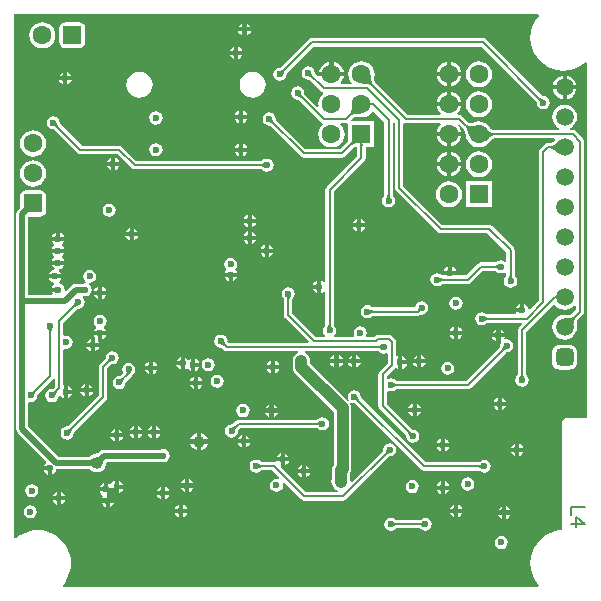
<source format=gbl>
G04 Layer_Physical_Order=4*
G04 Layer_Color=16711680*
%FSLAX44Y44*%
%MOMM*%
G71*
G01*
G75*
%ADD31C,1.0000*%
%ADD33C,0.5000*%
%ADD37C,0.2000*%
%ADD41C,0.1500*%
%ADD44C,0.1000*%
%ADD45C,1.5000*%
G04:AMPARAMS|DCode=46|XSize=1.5mm|YSize=1.5mm|CornerRadius=0.375mm|HoleSize=0mm|Usage=FLASHONLY|Rotation=90.000|XOffset=0mm|YOffset=0mm|HoleType=Round|Shape=RoundedRectangle|*
%AMROUNDEDRECTD46*
21,1,1.5000,0.7500,0,0,90.0*
21,1,0.7500,1.5000,0,0,90.0*
1,1,0.7500,0.3750,0.3750*
1,1,0.7500,0.3750,-0.3750*
1,1,0.7500,-0.3750,-0.3750*
1,1,0.7500,-0.3750,0.3750*
%
%ADD46ROUNDEDRECTD46*%
%ADD47R,1.6000X1.6000*%
%ADD48C,1.6000*%
G04:AMPARAMS|DCode=49|XSize=1.6mm|YSize=1.6mm|CornerRadius=0.24mm|HoleSize=0mm|Usage=FLASHONLY|Rotation=180.000|XOffset=0mm|YOffset=0mm|HoleType=Round|Shape=RoundedRectangle|*
%AMROUNDEDRECTD49*
21,1,1.6000,1.1200,0,0,180.0*
21,1,1.1200,1.6000,0,0,180.0*
1,1,0.4800,-0.5600,0.5600*
1,1,0.4800,0.5600,0.5600*
1,1,0.4800,0.5600,-0.5600*
1,1,0.4800,-0.5600,-0.5600*
%
%ADD49ROUNDEDRECTD49*%
G04:AMPARAMS|DCode=50|XSize=1.6mm|YSize=1.6mm|CornerRadius=0.24mm|HoleSize=0mm|Usage=FLASHONLY|Rotation=90.000|XOffset=0mm|YOffset=0mm|HoleType=Round|Shape=RoundedRectangle|*
%AMROUNDEDRECTD50*
21,1,1.6000,1.1200,0,0,90.0*
21,1,1.1200,1.6000,0,0,90.0*
1,1,0.4800,0.5600,0.5600*
1,1,0.4800,0.5600,-0.5600*
1,1,0.4800,-0.5600,-0.5600*
1,1,0.4800,-0.5600,0.5600*
%
%ADD50ROUNDEDRECTD50*%
%ADD51C,0.6000*%
%ADD53C,1.0000*%
%ADD54R,0.7500X0.9000*%
G36*
X449091Y488632D02*
X447277Y486509D01*
X444975Y482751D01*
X443288Y478679D01*
X442259Y474394D01*
X441913Y470000D01*
X442259Y465606D01*
X443288Y461321D01*
X444975Y457249D01*
X447277Y453491D01*
X450140Y450140D01*
X453491Y447277D01*
X457249Y444975D01*
X461321Y443288D01*
X465606Y442259D01*
X470000Y441913D01*
X474394Y442259D01*
X478679Y443288D01*
X482751Y444975D01*
X486509Y447277D01*
X488632Y449091D01*
X489902Y448506D01*
Y148064D01*
X472500D01*
X471232Y147811D01*
X470157Y147093D01*
X469439Y146018D01*
X469186Y144750D01*
X469211Y144625D01*
X469186Y144500D01*
Y53023D01*
X465606Y52741D01*
X461321Y51712D01*
X457249Y50025D01*
X453491Y47723D01*
X450140Y44860D01*
X447277Y41509D01*
X444975Y37751D01*
X443288Y33679D01*
X442259Y29394D01*
X441913Y25000D01*
X442259Y20606D01*
X443288Y16321D01*
X444975Y12249D01*
X447277Y8491D01*
X449091Y6368D01*
X448506Y5098D01*
X46494D01*
X45909Y6368D01*
X47723Y8491D01*
X50025Y12249D01*
X51712Y16321D01*
X52741Y20606D01*
X53087Y25000D01*
X52741Y29394D01*
X51712Y33679D01*
X50025Y37751D01*
X47723Y41509D01*
X44860Y44860D01*
X41509Y47723D01*
X37751Y50025D01*
X33679Y51712D01*
X29394Y52741D01*
X25000Y53087D01*
X20606Y52741D01*
X16321Y51712D01*
X12249Y50025D01*
X8491Y47723D01*
X6368Y45909D01*
X5098Y46494D01*
Y489902D01*
X448506D01*
X449091Y488632D01*
D02*
G37*
%LPC*%
G36*
X53840Y168430D02*
X50330D01*
Y164920D01*
X50726Y164999D01*
X52545Y166215D01*
X53761Y168034D01*
X53840Y168430D01*
D02*
G37*
G36*
X417750Y165260D02*
Y161750D01*
X421260D01*
X421181Y162146D01*
X419965Y163965D01*
X418146Y165181D01*
X417750Y165260D01*
D02*
G37*
G36*
X71620Y169700D02*
X68110D01*
Y166190D01*
X68506Y166269D01*
X70325Y167485D01*
X71541Y169304D01*
X71620Y169700D01*
D02*
G37*
G36*
X64610D02*
X61100D01*
X61179Y169304D01*
X62395Y167485D01*
X64214Y166269D01*
X64610Y166190D01*
Y169700D01*
D02*
G37*
G36*
X342250Y160260D02*
X341854Y160181D01*
X340035Y158965D01*
X338819Y157146D01*
X338740Y156750D01*
X342250D01*
Y160260D01*
D02*
G37*
G36*
X224590Y159550D02*
Y156040D01*
X228100D01*
X228021Y156436D01*
X226805Y158255D01*
X224986Y159471D01*
X224590Y159550D01*
D02*
G37*
G36*
X414250Y165260D02*
X413854Y165181D01*
X412035Y163965D01*
X410819Y162146D01*
X410740Y161750D01*
X414250D01*
Y165260D01*
D02*
G37*
G36*
X345750Y160260D02*
Y156750D01*
X349260D01*
X349181Y157146D01*
X347965Y158965D01*
X346146Y160181D01*
X345750Y160260D01*
D02*
G37*
G36*
X176850Y184678D02*
X174704Y184251D01*
X172885Y183035D01*
X171669Y181216D01*
X171242Y179070D01*
X171669Y176924D01*
X172885Y175105D01*
X174704Y173889D01*
X176850Y173462D01*
X178996Y173889D01*
X180815Y175105D01*
X182031Y176924D01*
X182458Y179070D01*
X182031Y181216D01*
X180815Y183035D01*
X178996Y184251D01*
X176850Y184678D01*
D02*
G37*
G36*
X68110Y176710D02*
Y173200D01*
X71620D01*
X71541Y173596D01*
X70325Y175415D01*
X68506Y176631D01*
X68110Y176710D01*
D02*
G37*
G36*
X160820Y183060D02*
Y179550D01*
X164330D01*
X164251Y179946D01*
X163035Y181765D01*
X161216Y182981D01*
X160820Y183060D01*
D02*
G37*
G36*
X157320D02*
X156924Y182981D01*
X155105Y181765D01*
X153889Y179946D01*
X153810Y179550D01*
X157320D01*
Y183060D01*
D02*
G37*
G36*
Y176050D02*
X153810D01*
X153889Y175654D01*
X155105Y173835D01*
X156924Y172619D01*
X157320Y172540D01*
Y176050D01*
D02*
G37*
G36*
X50330Y175440D02*
Y171930D01*
X53840D01*
X53761Y172326D01*
X52545Y174145D01*
X50726Y175361D01*
X50330Y175440D01*
D02*
G37*
G36*
X64610Y176710D02*
X64214Y176631D01*
X62395Y175415D01*
X61179Y173596D01*
X61100Y173200D01*
X64610D01*
Y176710D01*
D02*
G37*
G36*
X164330Y176050D02*
X160820D01*
Y172540D01*
X161216Y172619D01*
X163035Y173835D01*
X164251Y175654D01*
X164330Y176050D01*
D02*
G37*
G36*
X221090Y159550D02*
X220694Y159471D01*
X218875Y158255D01*
X217659Y156436D01*
X217580Y156040D01*
X221090D01*
Y159550D01*
D02*
G37*
G36*
X110020Y141150D02*
Y137640D01*
X113530D01*
X113451Y138036D01*
X112235Y139855D01*
X110416Y141071D01*
X110020Y141150D01*
D02*
G37*
G36*
X106520D02*
X106124Y141071D01*
X104305Y139855D01*
X103089Y138036D01*
X103010Y137640D01*
X106520D01*
Y141150D01*
D02*
G37*
G36*
X125260D02*
Y137640D01*
X128770D01*
X128691Y138036D01*
X127475Y139855D01*
X125656Y141071D01*
X125260Y141150D01*
D02*
G37*
G36*
X121760D02*
X121364Y141071D01*
X119545Y139855D01*
X118329Y138036D01*
X118250Y137640D01*
X121760D01*
Y141150D01*
D02*
G37*
G36*
X128770Y134140D02*
X125260D01*
Y130630D01*
X125656Y130709D01*
X127475Y131925D01*
X128691Y133744D01*
X128770Y134140D01*
D02*
G37*
G36*
X121760D02*
X118250D01*
X118329Y133744D01*
X119545Y131925D01*
X121364Y130709D01*
X121760Y130630D01*
Y134140D01*
D02*
G37*
G36*
X93510Y138610D02*
Y135100D01*
X97020D01*
X96941Y135496D01*
X95725Y137315D01*
X93906Y138531D01*
X93510Y138610D01*
D02*
G37*
G36*
X90010D02*
X89614Y138531D01*
X87795Y137315D01*
X86579Y135496D01*
X86500Y135100D01*
X90010D01*
Y138610D01*
D02*
G37*
G36*
X349260Y153250D02*
X345750D01*
Y149740D01*
X346146Y149819D01*
X347965Y151035D01*
X349181Y152854D01*
X349260Y153250D01*
D02*
G37*
G36*
X342250D02*
X338740D01*
X338819Y152854D01*
X340035Y151035D01*
X341854Y149819D01*
X342250Y149740D01*
Y153250D01*
D02*
G37*
G36*
X421260Y158250D02*
X417750D01*
Y154740D01*
X418146Y154819D01*
X419965Y156035D01*
X421181Y157854D01*
X421260Y158250D01*
D02*
G37*
G36*
X414250D02*
X410740D01*
X410819Y157854D01*
X412035Y156035D01*
X413854Y154819D01*
X414250Y154740D01*
Y158250D01*
D02*
G37*
G36*
X198710Y159898D02*
X196564Y159471D01*
X194745Y158255D01*
X193529Y156436D01*
X193102Y154290D01*
X193529Y152144D01*
X194745Y150325D01*
X196564Y149109D01*
X198710Y148682D01*
X200856Y149109D01*
X202675Y150325D01*
X203891Y152144D01*
X204318Y154290D01*
X203891Y156436D01*
X202675Y158255D01*
X200856Y159471D01*
X198710Y159898D01*
D02*
G37*
G36*
X266000Y148608D02*
X263854Y148181D01*
X262035Y146965D01*
X261896Y146757D01*
X261859Y146727D01*
X261786Y146674D01*
X261721Y146636D01*
X261665Y146608D01*
X261614Y146588D01*
X261563Y146573D01*
X261542Y146569D01*
X195000D01*
X193634Y146297D01*
X192477Y145523D01*
X189629Y142675D01*
X189611Y142664D01*
X189564Y142639D01*
X189514Y142617D01*
X189454Y142596D01*
X189382Y142578D01*
X189293Y142563D01*
X189246Y142559D01*
X189000Y142608D01*
X186854Y142181D01*
X185035Y140965D01*
X183819Y139146D01*
X183392Y137000D01*
X183819Y134854D01*
X185035Y133035D01*
X186854Y131819D01*
X189000Y131392D01*
X191146Y131819D01*
X192965Y133035D01*
X194181Y134854D01*
X194608Y137000D01*
X194559Y137246D01*
X194563Y137293D01*
X194578Y137382D01*
X194596Y137454D01*
X194617Y137514D01*
X194639Y137565D01*
X194664Y137611D01*
X194675Y137629D01*
X196478Y139431D01*
X261542D01*
X261563Y139427D01*
X261614Y139412D01*
X261665Y139392D01*
X261721Y139364D01*
X261786Y139326D01*
X261859Y139273D01*
X261896Y139243D01*
X262035Y139035D01*
X263854Y137819D01*
X266000Y137392D01*
X268146Y137819D01*
X269965Y139035D01*
X271181Y140854D01*
X271608Y143000D01*
X271181Y145146D01*
X269965Y146965D01*
X268146Y148181D01*
X266000Y148608D01*
D02*
G37*
G36*
X228100Y152540D02*
X224590D01*
Y149030D01*
X224986Y149109D01*
X226805Y150325D01*
X228021Y152144D01*
X228100Y152540D01*
D02*
G37*
G36*
X221090D02*
X217580D01*
X217659Y152144D01*
X218875Y150325D01*
X220694Y149109D01*
X221090Y149030D01*
Y152540D01*
D02*
G37*
G36*
X102000Y194608D02*
X99854Y194181D01*
X98035Y192965D01*
X96819Y191146D01*
X96392Y189000D01*
X96819Y186854D01*
X97215Y186262D01*
X94629Y183675D01*
X94611Y183664D01*
X94565Y183639D01*
X94514Y183617D01*
X94454Y183596D01*
X94382Y183578D01*
X94293Y183563D01*
X94246Y183559D01*
X94000Y183608D01*
X91854Y183181D01*
X90035Y181965D01*
X88819Y180146D01*
X88392Y178000D01*
X88819Y175854D01*
X90035Y174035D01*
X91854Y172819D01*
X94000Y172392D01*
X96146Y172819D01*
X97965Y174035D01*
X99181Y175854D01*
X99608Y178000D01*
X99559Y178246D01*
X99563Y178293D01*
X99578Y178382D01*
X99596Y178454D01*
X99617Y178514D01*
X99639Y178565D01*
X99664Y178611D01*
X99675Y178629D01*
X104523Y183477D01*
X104885Y184017D01*
X105578Y184776D01*
X105965Y185035D01*
X107181Y186854D01*
X107608Y189000D01*
X107181Y191146D01*
X105965Y192965D01*
X104146Y194181D01*
X102000Y194608D01*
D02*
G37*
G36*
X158280Y198300D02*
Y194790D01*
X161790D01*
X161711Y195186D01*
X160495Y197005D01*
X158676Y198221D01*
X158280Y198300D01*
D02*
G37*
G36*
X88000Y204608D02*
X85854Y204181D01*
X84035Y202965D01*
X82819Y201146D01*
X82392Y199000D01*
X82441Y198754D01*
X82437Y198707D01*
X82422Y198618D01*
X82404Y198546D01*
X82383Y198486D01*
X82361Y198435D01*
X82336Y198389D01*
X82325Y198371D01*
X77477Y193523D01*
X76703Y192366D01*
X76431Y191000D01*
Y166778D01*
X50479Y140825D01*
X50461Y140814D01*
X50415Y140789D01*
X50364Y140767D01*
X50304Y140746D01*
X50232Y140728D01*
X50143Y140713D01*
X50096Y140709D01*
X49850Y140758D01*
X47704Y140331D01*
X45885Y139115D01*
X44669Y137296D01*
X44242Y135150D01*
X44669Y133004D01*
X45885Y131185D01*
X47704Y129969D01*
X49850Y129542D01*
X51996Y129969D01*
X53815Y131185D01*
X55031Y133004D01*
X55458Y135150D01*
X55409Y135396D01*
X55413Y135443D01*
X55428Y135532D01*
X55446Y135604D01*
X55467Y135664D01*
X55489Y135715D01*
X55514Y135761D01*
X55525Y135779D01*
X82523Y162777D01*
X83297Y163934D01*
X83569Y165300D01*
Y189522D01*
X87371Y193325D01*
X87389Y193336D01*
X87436Y193361D01*
X87486Y193383D01*
X87546Y193404D01*
X87618Y193422D01*
X87707Y193437D01*
X87754Y193441D01*
X88000Y193392D01*
X90146Y193819D01*
X91965Y195035D01*
X93181Y196854D01*
X93608Y199000D01*
X93181Y201146D01*
X91965Y202965D01*
X90146Y204181D01*
X88000Y204608D01*
D02*
G37*
G36*
X333750Y200260D02*
Y196750D01*
X337260D01*
X337181Y197146D01*
X335965Y198965D01*
X334146Y200181D01*
X333750Y200260D01*
D02*
G37*
G36*
X145890Y199570D02*
X145494Y199491D01*
X143675Y198275D01*
X142459Y196456D01*
X142380Y196060D01*
X145890D01*
Y199570D01*
D02*
G37*
G36*
X122720Y195760D02*
Y192250D01*
X126230D01*
X126151Y192646D01*
X124935Y194465D01*
X123116Y195681D01*
X122720Y195760D01*
D02*
G37*
G36*
X119220D02*
X118824Y195681D01*
X117005Y194465D01*
X115789Y192646D01*
X115710Y192250D01*
X119220D01*
Y195760D01*
D02*
G37*
G36*
X225860Y196380D02*
Y192870D01*
X229370D01*
X229291Y193266D01*
X228075Y195085D01*
X226256Y196301D01*
X225860Y196380D01*
D02*
G37*
G36*
X222360D02*
X221964Y196301D01*
X220145Y195085D01*
X218929Y193266D01*
X218850Y192870D01*
X222360D01*
Y196380D01*
D02*
G37*
G36*
X279630Y201380D02*
Y197870D01*
X283140D01*
X283061Y198266D01*
X281845Y200085D01*
X280026Y201301D01*
X279630Y201380D01*
D02*
G37*
G36*
X276130D02*
X275734Y201301D01*
X273915Y200085D01*
X272699Y198266D01*
X272620Y197870D01*
X276130D01*
Y201380D01*
D02*
G37*
G36*
X76700Y207800D02*
X73190D01*
Y204290D01*
X73586Y204369D01*
X75405Y205585D01*
X76621Y207404D01*
X76700Y207800D01*
D02*
G37*
G36*
X69690D02*
X66180D01*
X66259Y207404D01*
X67475Y205585D01*
X69294Y204369D01*
X69690Y204290D01*
Y207800D01*
D02*
G37*
G36*
X294750Y201260D02*
Y197750D01*
X298260D01*
X298181Y198146D01*
X296965Y199965D01*
X295146Y201181D01*
X294750Y201260D01*
D02*
G37*
G36*
X291250D02*
X290854Y201181D01*
X289035Y199965D01*
X287819Y198146D01*
X287740Y197750D01*
X291250D01*
Y201260D01*
D02*
G37*
G36*
X349750D02*
Y197750D01*
X353260D01*
X353181Y198146D01*
X351965Y199965D01*
X350146Y201181D01*
X349750Y201260D01*
D02*
G37*
G36*
X346250D02*
X345854Y201181D01*
X344035Y199965D01*
X342819Y198146D01*
X342740Y197750D01*
X346250D01*
Y201260D01*
D02*
G37*
G36*
X283140Y194370D02*
X279630D01*
Y190860D01*
X280026Y190939D01*
X281845Y192155D01*
X283061Y193974D01*
X283140Y194370D01*
D02*
G37*
G36*
X169230Y198648D02*
X167084Y198221D01*
X165265Y197005D01*
X164049Y195186D01*
X163622Y193040D01*
X164049Y190894D01*
X165265Y189075D01*
X167084Y187859D01*
X169230Y187432D01*
X171376Y187859D01*
X173195Y189075D01*
X174411Y190894D01*
X174838Y193040D01*
X174411Y195186D01*
X173195Y197005D01*
X171376Y198221D01*
X169230Y198648D01*
D02*
G37*
G36*
X229370Y189370D02*
X225860D01*
Y185860D01*
X226256Y185939D01*
X228075Y187155D01*
X229291Y188974D01*
X229370Y189370D01*
D02*
G37*
G36*
X161790Y191290D02*
X158280D01*
Y187780D01*
X158676Y187859D01*
X160495Y189075D01*
X161711Y190894D01*
X161790Y191290D01*
D02*
G37*
G36*
X149390Y199570D02*
Y194310D01*
Y189050D01*
X149786Y189129D01*
X150626Y189690D01*
X152366Y189372D01*
X152565Y189075D01*
X154384Y187859D01*
X154780Y187780D01*
Y193040D01*
Y198300D01*
X154384Y198221D01*
X152565Y197005D01*
X152454D01*
X151605Y198275D01*
X149786Y199491D01*
X149390Y199570D01*
D02*
G37*
G36*
X119220Y188750D02*
X115710D01*
X115789Y188354D01*
X117005Y186535D01*
X118824Y185319D01*
X119220Y185240D01*
Y188750D01*
D02*
G37*
G36*
X372000Y195608D02*
X369854Y195181D01*
X368035Y193965D01*
X366819Y192146D01*
X366392Y190000D01*
X366819Y187854D01*
X368035Y186035D01*
X369854Y184819D01*
X372000Y184392D01*
X374146Y184819D01*
X375965Y186035D01*
X377181Y187854D01*
X377608Y190000D01*
X377181Y192146D01*
X375965Y193965D01*
X374146Y195181D01*
X372000Y195608D01*
D02*
G37*
G36*
X222360Y189370D02*
X218850D01*
X218929Y188974D01*
X220145Y187155D01*
X221964Y185939D01*
X222360Y185860D01*
Y189370D01*
D02*
G37*
G36*
X126230Y188750D02*
X122720D01*
Y185240D01*
X123116Y185319D01*
X124935Y186535D01*
X126151Y188354D01*
X126230Y188750D01*
D02*
G37*
G36*
X346250Y194250D02*
X342740D01*
X342819Y193854D01*
X344035Y192035D01*
X345854Y190819D01*
X346250Y190740D01*
Y194250D01*
D02*
G37*
G36*
X298260D02*
X294750D01*
Y190740D01*
X295146Y190819D01*
X296965Y192035D01*
X298181Y193854D01*
X298260Y194250D01*
D02*
G37*
G36*
X276130Y194370D02*
X272620D01*
X272699Y193974D01*
X273915Y192155D01*
X275734Y190939D01*
X276130Y190860D01*
Y194370D01*
D02*
G37*
G36*
X353260Y194250D02*
X349750D01*
Y190740D01*
X350146Y190819D01*
X351965Y192035D01*
X353181Y193854D01*
X353260Y194250D01*
D02*
G37*
G36*
X145890Y192560D02*
X142380D01*
X142459Y192164D01*
X143675Y190345D01*
X145494Y189129D01*
X145890Y189050D01*
Y192560D01*
D02*
G37*
G36*
X474750Y209958D02*
X467250D01*
X465488Y209726D01*
X463846Y209046D01*
X462436Y207964D01*
X461354Y206554D01*
X460674Y204912D01*
X460442Y203150D01*
Y195650D01*
X460674Y193888D01*
X461354Y192246D01*
X462436Y190836D01*
X463846Y189754D01*
X465488Y189074D01*
X467250Y188842D01*
X474750D01*
X476512Y189074D01*
X478154Y189754D01*
X479564Y190836D01*
X480646Y192246D01*
X481326Y193888D01*
X481558Y195650D01*
Y203150D01*
X481326Y204912D01*
X480646Y206554D01*
X479564Y207964D01*
X478154Y209046D01*
X476512Y209726D01*
X474750Y209958D01*
D02*
G37*
G36*
X291250Y194250D02*
X287740D01*
X287819Y193854D01*
X289035Y192035D01*
X290854Y190819D01*
X291250Y190740D01*
Y194250D01*
D02*
G37*
G36*
X337260Y193250D02*
X333750D01*
Y189740D01*
X334146Y189819D01*
X335965Y191035D01*
X337181Y192854D01*
X337260Y193250D01*
D02*
G37*
G36*
X113530Y134140D02*
X110020D01*
Y130630D01*
X110416Y130709D01*
X112235Y131925D01*
X113451Y133744D01*
X113530Y134140D01*
D02*
G37*
G36*
X41020Y85190D02*
X40624Y85111D01*
X38805Y83895D01*
X37589Y82076D01*
X37510Y81680D01*
X41020D01*
Y85190D01*
D02*
G37*
G36*
X19910Y91888D02*
X17764Y91461D01*
X15945Y90245D01*
X14729Y88426D01*
X14302Y86280D01*
X14729Y84134D01*
X15945Y82315D01*
X17764Y81099D01*
X19910Y80672D01*
X22056Y81099D01*
X23875Y82315D01*
X25091Y84134D01*
X25518Y86280D01*
X25091Y88426D01*
X23875Y90245D01*
X22056Y91461D01*
X19910Y91888D01*
D02*
G37*
G36*
X366250Y87250D02*
X362740D01*
X362819Y86854D01*
X364035Y85035D01*
X365854Y83819D01*
X366250Y83740D01*
Y87250D01*
D02*
G37*
G36*
X44520Y85190D02*
Y81680D01*
X48030D01*
X47951Y82076D01*
X46735Y83895D01*
X44916Y85111D01*
X44520Y85190D01*
D02*
G37*
G36*
X48030Y78180D02*
X44520D01*
Y74670D01*
X44916Y74749D01*
X46735Y75965D01*
X47951Y77784D01*
X48030Y78180D01*
D02*
G37*
G36*
X41020D02*
X37510D01*
X37589Y77784D01*
X38805Y75965D01*
X40624Y74749D01*
X41020Y74670D01*
Y78180D01*
D02*
G37*
G36*
X136470Y82640D02*
X132960D01*
Y79130D01*
X133356Y79209D01*
X135175Y80425D01*
X136391Y82244D01*
X136470Y82640D01*
D02*
G37*
G36*
X129460D02*
X125950D01*
X126029Y82244D01*
X127245Y80425D01*
X129064Y79209D01*
X129460Y79130D01*
Y82640D01*
D02*
G37*
G36*
Y89650D02*
X129064Y89571D01*
X127245Y88355D01*
X126029Y86536D01*
X125950Y86140D01*
X129460D01*
Y89650D01*
D02*
G37*
G36*
X156710Y88990D02*
X153200D01*
Y85480D01*
X153596Y85559D01*
X155415Y86775D01*
X156631Y88594D01*
X156710Y88990D01*
D02*
G37*
G36*
X389000Y97608D02*
X386854Y97181D01*
X385035Y95965D01*
X383819Y94146D01*
X383392Y92000D01*
X383819Y89854D01*
X385035Y88035D01*
X386854Y86819D01*
X389000Y86392D01*
X391146Y86819D01*
X392965Y88035D01*
X394181Y89854D01*
X394608Y92000D01*
X394181Y94146D01*
X392965Y95965D01*
X391146Y97181D01*
X389000Y97608D01*
D02*
G37*
G36*
X132960Y89650D02*
Y86140D01*
X136470D01*
X136391Y86536D01*
X135175Y88355D01*
X133356Y89571D01*
X132960Y89650D01*
D02*
G37*
G36*
X97020Y87720D02*
X93510D01*
Y84210D01*
X93906Y84289D01*
X95725Y85505D01*
X96941Y87324D01*
X97020Y87720D01*
D02*
G37*
G36*
X373260Y87250D02*
X369750D01*
Y83740D01*
X370146Y83819D01*
X371965Y85035D01*
X373181Y86854D01*
X373260Y87250D01*
D02*
G37*
G36*
X149700Y88990D02*
X146190D01*
X146269Y88594D01*
X147485Y86775D01*
X149304Y85559D01*
X149700Y85480D01*
Y88990D01*
D02*
G37*
G36*
X342000Y95608D02*
X339854Y95181D01*
X338035Y93965D01*
X336819Y92146D01*
X336392Y90000D01*
X336819Y87854D01*
X338035Y86035D01*
X339854Y84819D01*
X342000Y84392D01*
X344146Y84819D01*
X345965Y86035D01*
X347181Y87854D01*
X347608Y90000D01*
X347181Y92146D01*
X345965Y93965D01*
X344146Y95181D01*
X342000Y95608D01*
D02*
G37*
G36*
X89400Y76290D02*
X85890D01*
Y72780D01*
X86286Y72859D01*
X88105Y74075D01*
X89321Y75894D01*
X89400Y76290D01*
D02*
G37*
G36*
X144620Y67400D02*
X141110D01*
X141189Y67004D01*
X142405Y65185D01*
X144224Y63969D01*
X144620Y63890D01*
Y67400D01*
D02*
G37*
G36*
X18640Y74108D02*
X16494Y73681D01*
X14675Y72465D01*
X13459Y70646D01*
X13032Y68500D01*
X13459Y66354D01*
X14675Y64535D01*
X16494Y63319D01*
X18640Y62892D01*
X20786Y63319D01*
X22605Y64535D01*
X23821Y66354D01*
X24248Y68500D01*
X23821Y70646D01*
X22605Y72465D01*
X20786Y73681D01*
X18640Y74108D01*
D02*
G37*
G36*
X377520Y67460D02*
X374010D01*
X374089Y67064D01*
X375305Y65245D01*
X377124Y64029D01*
X377520Y63950D01*
Y67460D01*
D02*
G37*
G36*
X151630Y67400D02*
X148120D01*
Y63890D01*
X148516Y63969D01*
X150335Y65185D01*
X151551Y67004D01*
X151630Y67400D01*
D02*
G37*
G36*
X353000Y63608D02*
X350854Y63181D01*
X349035Y61965D01*
X348895Y61757D01*
X348859Y61726D01*
X348786Y61674D01*
X348721Y61636D01*
X348665Y61608D01*
X348614Y61588D01*
X348563Y61573D01*
X348542Y61569D01*
X328458D01*
X328437Y61573D01*
X328386Y61588D01*
X328335Y61608D01*
X328278Y61636D01*
X328214Y61674D01*
X328141Y61727D01*
X328105Y61757D01*
X327965Y61965D01*
X326146Y63181D01*
X324000Y63608D01*
X321854Y63181D01*
X320035Y61965D01*
X318819Y60146D01*
X318392Y58000D01*
X318819Y55854D01*
X320035Y54035D01*
X321854Y52819D01*
X324000Y52392D01*
X326146Y52819D01*
X327965Y54035D01*
X328105Y54243D01*
X328141Y54274D01*
X328214Y54325D01*
X328279Y54364D01*
X328335Y54392D01*
X328386Y54412D01*
X328437Y54427D01*
X328458Y54431D01*
X348542D01*
X348563Y54427D01*
X348614Y54412D01*
X348665Y54392D01*
X348722Y54364D01*
X348786Y54326D01*
X348859Y54273D01*
X348895Y54243D01*
X349035Y54035D01*
X350854Y52819D01*
X353000Y52392D01*
X355146Y52819D01*
X356965Y54035D01*
X358181Y55854D01*
X358608Y58000D01*
X358181Y60146D01*
X356965Y61965D01*
X355146Y63181D01*
X353000Y63608D01*
D02*
G37*
G36*
X417370Y48148D02*
X415224Y47721D01*
X413405Y46505D01*
X412189Y44686D01*
X411762Y42540D01*
X412189Y40394D01*
X413405Y38575D01*
X415224Y37359D01*
X417370Y36932D01*
X419516Y37359D01*
X421335Y38575D01*
X422551Y40394D01*
X422978Y42540D01*
X422551Y44686D01*
X421335Y46505D01*
X419516Y47721D01*
X417370Y48148D01*
D02*
G37*
G36*
X425170Y66190D02*
X421660D01*
Y62680D01*
X422056Y62759D01*
X423875Y63975D01*
X425091Y65794D01*
X425170Y66190D01*
D02*
G37*
G36*
X418160D02*
X414650D01*
X414729Y65794D01*
X415945Y63975D01*
X417764Y62759D01*
X418160Y62680D01*
Y66190D01*
D02*
G37*
G36*
X377520Y74470D02*
X377124Y74391D01*
X375305Y73175D01*
X374089Y71356D01*
X374010Y70960D01*
X377520D01*
Y74470D01*
D02*
G37*
G36*
X148120Y74410D02*
Y70900D01*
X151630D01*
X151551Y71296D01*
X150335Y73115D01*
X148516Y74331D01*
X148120Y74410D01*
D02*
G37*
G36*
X82390Y76290D02*
X78880D01*
X78959Y75894D01*
X80175Y74075D01*
X81994Y72859D01*
X82390Y72780D01*
Y76290D01*
D02*
G37*
G36*
X381020Y74470D02*
Y70960D01*
X384530D01*
X384451Y71356D01*
X383235Y73175D01*
X381416Y74391D01*
X381020Y74470D01*
D02*
G37*
G36*
X418160Y73200D02*
X417764Y73121D01*
X415945Y71905D01*
X414729Y70086D01*
X414650Y69690D01*
X418160D01*
Y73200D01*
D02*
G37*
G36*
X384530Y67460D02*
X381020D01*
Y63950D01*
X381416Y64029D01*
X383235Y65245D01*
X384451Y67064D01*
X384530Y67460D01*
D02*
G37*
G36*
X144620Y74410D02*
X144224Y74331D01*
X142405Y73115D01*
X141189Y71296D01*
X141110Y70900D01*
X144620D01*
Y74410D01*
D02*
G37*
G36*
X421660Y73200D02*
Y69690D01*
X425170D01*
X425091Y70086D01*
X423875Y71905D01*
X422056Y73121D01*
X421660Y73200D01*
D02*
G37*
G36*
X80750Y92760D02*
X80354Y92681D01*
X78535Y91465D01*
X77319Y89646D01*
X77240Y89250D01*
X80750D01*
Y92760D01*
D02*
G37*
G36*
X197640Y126520D02*
X194130D01*
X194209Y126124D01*
X195425Y124305D01*
X197244Y123089D01*
X197640Y123010D01*
Y126520D01*
D02*
G37*
G36*
X432750Y126260D02*
Y122750D01*
X436260D01*
X436181Y123146D01*
X434965Y124965D01*
X433146Y126181D01*
X432750Y126260D01*
D02*
G37*
G36*
X366250Y130260D02*
X365854Y130181D01*
X364035Y128965D01*
X362819Y127146D01*
X362740Y126750D01*
X366250D01*
Y130260D01*
D02*
G37*
G36*
X204650Y126520D02*
X201140D01*
Y123010D01*
X201536Y123089D01*
X203355Y124305D01*
X204571Y126124D01*
X204650Y126520D01*
D02*
G37*
G36*
X159750Y126250D02*
X154166D01*
X154193Y126042D01*
X154949Y124218D01*
X156151Y122651D01*
X157718Y121449D01*
X159542Y120693D01*
X159750Y120666D01*
Y126250D01*
D02*
G37*
G36*
X373260Y123250D02*
X369750D01*
Y119740D01*
X370146Y119819D01*
X371965Y121035D01*
X373181Y122854D01*
X373260Y123250D01*
D02*
G37*
G36*
X429250Y126260D02*
X428854Y126181D01*
X427035Y124965D01*
X425819Y123146D01*
X425740Y122750D01*
X429250D01*
Y126260D01*
D02*
G37*
G36*
X168834Y126250D02*
X163250D01*
Y120666D01*
X163458Y120693D01*
X165282Y121449D01*
X166849Y122651D01*
X168051Y124218D01*
X168807Y126042D01*
X168834Y126250D01*
D02*
G37*
G36*
X197640Y133530D02*
X197244Y133451D01*
X195425Y132235D01*
X194209Y130416D01*
X194130Y130020D01*
X197640D01*
Y133530D01*
D02*
G37*
G36*
X163250Y135334D02*
Y129750D01*
X168834D01*
X168807Y129958D01*
X168051Y131782D01*
X166849Y133349D01*
X165282Y134551D01*
X163458Y135307D01*
X163250Y135334D01*
D02*
G37*
G36*
X106520Y134140D02*
X103010D01*
X103089Y133744D01*
X104305Y131925D01*
X106124Y130709D01*
X106520Y130630D01*
Y134140D01*
D02*
G37*
G36*
X201140Y133530D02*
Y130020D01*
X204650D01*
X204571Y130416D01*
X203355Y132235D01*
X201536Y133451D01*
X201140Y133530D01*
D02*
G37*
G36*
X90010Y131600D02*
X86500D01*
X86579Y131204D01*
X87795Y129385D01*
X89614Y128169D01*
X90010Y128090D01*
Y131600D01*
D02*
G37*
G36*
X369750Y130260D02*
Y126750D01*
X373260D01*
X373181Y127146D01*
X371965Y128965D01*
X370146Y130181D01*
X369750Y130260D01*
D02*
G37*
G36*
X159750Y135334D02*
X159542Y135307D01*
X157718Y134551D01*
X156151Y133349D01*
X154949Y131782D01*
X154193Y129958D01*
X154166Y129750D01*
X159750D01*
Y135334D01*
D02*
G37*
G36*
X97020Y131600D02*
X93510D01*
Y128090D01*
X93906Y128169D01*
X95725Y129385D01*
X96941Y131204D01*
X97020Y131600D01*
D02*
G37*
G36*
X366250Y123250D02*
X362740D01*
X362819Y122854D01*
X364035Y121035D01*
X365854Y119819D01*
X366250Y119740D01*
Y123250D01*
D02*
G37*
G36*
X153200Y96000D02*
Y92490D01*
X156710D01*
X156631Y92886D01*
X155415Y94705D01*
X153596Y95921D01*
X153200Y96000D01*
D02*
G37*
G36*
X149700D02*
X149304Y95921D01*
X147485Y94705D01*
X146269Y92886D01*
X146190Y92490D01*
X149700D01*
Y96000D01*
D02*
G37*
G36*
X255450Y101120D02*
X251940D01*
Y97610D01*
X252336Y97689D01*
X254155Y98905D01*
X255371Y100724D01*
X255450Y101120D01*
D02*
G37*
G36*
X248440D02*
X244930D01*
X245009Y100724D01*
X246225Y98905D01*
X248044Y97689D01*
X248440Y97610D01*
Y101120D01*
D02*
G37*
G36*
X369750Y94260D02*
Y90750D01*
X373260D01*
X373181Y91146D01*
X371965Y92965D01*
X370146Y94181D01*
X369750Y94260D01*
D02*
G37*
G36*
X366250D02*
X365854Y94181D01*
X364035Y92965D01*
X362819Y91146D01*
X362740Y90750D01*
X366250D01*
Y94260D01*
D02*
G37*
G36*
X90010Y94730D02*
X89614Y94651D01*
X87795Y93435D01*
X87126Y92435D01*
X86571Y91620D01*
X85499Y92111D01*
X84646Y92681D01*
X84250Y92760D01*
Y87500D01*
X82500D01*
Y85750D01*
X77240D01*
X77319Y85354D01*
X78535Y83535D01*
X79399Y82957D01*
X80163Y82020D01*
X79723Y81329D01*
X78959Y80186D01*
X78880Y79790D01*
X89400D01*
X89321Y80186D01*
X88105Y82005D01*
X87240Y82583D01*
X86477Y83520D01*
X86917Y84211D01*
X87134Y84535D01*
X87689Y85350D01*
X88761Y84859D01*
X89614Y84289D01*
X90010Y84210D01*
Y89470D01*
Y94730D01*
D02*
G37*
G36*
X93510D02*
Y91220D01*
X97020D01*
X96941Y91616D01*
X95725Y93435D01*
X93906Y94651D01*
X93510Y94730D01*
D02*
G37*
G36*
X234160Y118290D02*
Y114780D01*
X237670D01*
X237591Y115176D01*
X236375Y116995D01*
X234556Y118211D01*
X234160Y118290D01*
D02*
G37*
G36*
X230660D02*
X230264Y118211D01*
X228445Y116995D01*
X227229Y115176D01*
X227150Y114780D01*
X230660D01*
Y118290D01*
D02*
G37*
G36*
X436260Y119250D02*
X432750D01*
Y115740D01*
X433146Y115819D01*
X434965Y117035D01*
X436181Y118854D01*
X436260Y119250D01*
D02*
G37*
G36*
X429250D02*
X425740D01*
X425819Y118854D01*
X427035Y117035D01*
X428854Y115819D01*
X429250Y115740D01*
Y119250D01*
D02*
G37*
G36*
X248440Y108130D02*
X248044Y108051D01*
X246225Y106835D01*
X245009Y105016D01*
X244930Y104620D01*
X248440D01*
Y108130D01*
D02*
G37*
G36*
X33400Y103580D02*
X29890D01*
X29969Y103184D01*
X31185Y101365D01*
X33004Y100149D01*
X33400Y100070D01*
Y103580D01*
D02*
G37*
G36*
X237670Y111280D02*
X234160D01*
Y107770D01*
X234556Y107849D01*
X236375Y109065D01*
X237591Y110884D01*
X237670Y111280D01*
D02*
G37*
G36*
X251940Y108130D02*
Y104620D01*
X255450D01*
X255371Y105016D01*
X254155Y106835D01*
X252336Y108051D01*
X251940Y108130D01*
D02*
G37*
G36*
X69690Y214810D02*
X69294Y214731D01*
X67475Y213515D01*
X66259Y211696D01*
X66180Y211300D01*
X69690D01*
Y214810D01*
D02*
G37*
G36*
X472750Y437856D02*
Y429750D01*
X480856D01*
X480743Y430611D01*
X479735Y433043D01*
X478132Y435132D01*
X476043Y436735D01*
X473610Y437743D01*
X472750Y437856D01*
D02*
G37*
G36*
X469250Y437856D02*
X468390Y437743D01*
X465957Y436735D01*
X463868Y435132D01*
X462265Y433043D01*
X461257Y430611D01*
X461144Y429750D01*
X469250D01*
Y437856D01*
D02*
G37*
G36*
X409400Y348400D02*
X387400D01*
Y326400D01*
X409400D01*
Y348400D01*
D02*
G37*
G36*
X373000Y348495D02*
X370128Y348117D01*
X367453Y347009D01*
X365155Y345245D01*
X363391Y342947D01*
X362283Y340272D01*
X361905Y337400D01*
X362283Y334528D01*
X363391Y331853D01*
X365155Y329555D01*
X367453Y327791D01*
X370128Y326683D01*
X373000Y326305D01*
X375872Y326683D01*
X378547Y327791D01*
X380845Y329555D01*
X382608Y331853D01*
X383717Y334528D01*
X384095Y337400D01*
X383717Y340272D01*
X382608Y342947D01*
X380845Y345245D01*
X378547Y347009D01*
X375872Y348117D01*
X373000Y348495D01*
D02*
G37*
G36*
X202720Y319900D02*
X202324Y319821D01*
X200505Y318605D01*
X199289Y316786D01*
X199210Y316390D01*
X202720D01*
Y319900D01*
D02*
G37*
G36*
X206220D02*
Y316390D01*
X209730D01*
X209651Y316786D01*
X208435Y318605D01*
X206616Y319821D01*
X206220Y319900D01*
D02*
G37*
G36*
X85410Y329458D02*
X83264Y329031D01*
X81445Y327815D01*
X80229Y325996D01*
X79802Y323850D01*
X80229Y321704D01*
X81445Y319885D01*
X83264Y318669D01*
X85410Y318242D01*
X87556Y318669D01*
X89375Y319885D01*
X90591Y321704D01*
X91018Y323850D01*
X90591Y325996D01*
X89375Y327815D01*
X87556Y329031D01*
X85410Y329458D01*
D02*
G37*
G36*
X383360Y361050D02*
X374750D01*
Y352440D01*
X375741Y352570D01*
X378295Y353628D01*
X380489Y355311D01*
X382172Y357505D01*
X383230Y360059D01*
X383360Y361050D01*
D02*
G37*
G36*
X38000Y403608D02*
X35854Y403181D01*
X34035Y401965D01*
X32819Y400146D01*
X32392Y398000D01*
X32819Y395854D01*
X34035Y394035D01*
X35854Y392819D01*
X38000Y392392D01*
X38246Y392441D01*
X38293Y392437D01*
X38382Y392422D01*
X38454Y392404D01*
X38514Y392383D01*
X38565Y392361D01*
X38611Y392336D01*
X38629Y392325D01*
X58477Y372477D01*
X59634Y371703D01*
X61000Y371431D01*
X92522D01*
X104477Y359477D01*
X105634Y358703D01*
X107000Y358431D01*
X214542D01*
X214563Y358427D01*
X214613Y358412D01*
X214665Y358392D01*
X214722Y358364D01*
X214785Y358326D01*
X214859Y358274D01*
X214895Y358243D01*
X215035Y358035D01*
X216854Y356819D01*
X219000Y356392D01*
X221146Y356819D01*
X222965Y358035D01*
X224181Y359854D01*
X224608Y362000D01*
X224181Y364146D01*
X222965Y365965D01*
X221146Y367181D01*
X219000Y367608D01*
X216854Y367181D01*
X215035Y365965D01*
X214895Y365757D01*
X214859Y365727D01*
X214786Y365675D01*
X214721Y365636D01*
X214665Y365608D01*
X214613Y365588D01*
X214563Y365573D01*
X214542Y365569D01*
X108478D01*
X96523Y377523D01*
X95366Y378297D01*
X94000Y378569D01*
X62478D01*
X43675Y397371D01*
X43664Y397389D01*
X43639Y397435D01*
X43617Y397486D01*
X43596Y397546D01*
X43578Y397618D01*
X43563Y397707D01*
X43559Y397754D01*
X43608Y398000D01*
X43181Y400146D01*
X41965Y401965D01*
X40146Y403181D01*
X38000Y403608D01*
D02*
G37*
G36*
X87150Y361470D02*
X83640D01*
X83719Y361074D01*
X84935Y359255D01*
X86754Y358039D01*
X87150Y357960D01*
Y361470D01*
D02*
G37*
G36*
X371250Y361050D02*
X362640D01*
X362770Y360059D01*
X363828Y357505D01*
X365511Y355311D01*
X367705Y353628D01*
X370259Y352570D01*
X371250Y352440D01*
Y361050D01*
D02*
G37*
G36*
X383360Y437250D02*
X374750D01*
Y428640D01*
X375741Y428770D01*
X378295Y429828D01*
X380489Y431511D01*
X382172Y433705D01*
X383230Y436259D01*
X383360Y437250D01*
D02*
G37*
G36*
X21000Y366095D02*
X18128Y365717D01*
X15453Y364608D01*
X13155Y362845D01*
X11392Y360547D01*
X10283Y357872D01*
X9905Y355000D01*
X10283Y352128D01*
X11392Y349453D01*
X13155Y347155D01*
X15453Y345392D01*
X18128Y344283D01*
X21000Y343905D01*
X23872Y344283D01*
X26548Y345392D01*
X28845Y347155D01*
X30608Y349453D01*
X31717Y352128D01*
X32095Y355000D01*
X31717Y357872D01*
X30608Y360547D01*
X28845Y362845D01*
X26548Y364608D01*
X23872Y365717D01*
X21000Y366095D01*
D02*
G37*
G36*
X398400Y373895D02*
X395528Y373517D01*
X392853Y372408D01*
X390555Y370645D01*
X388792Y368347D01*
X387683Y365672D01*
X387305Y362800D01*
X387683Y359928D01*
X388792Y357253D01*
X390555Y354955D01*
X392853Y353191D01*
X395528Y352083D01*
X398400Y351705D01*
X401272Y352083D01*
X403947Y353191D01*
X406245Y354955D01*
X408008Y357253D01*
X409117Y359928D01*
X409495Y362800D01*
X409117Y365672D01*
X408008Y368347D01*
X406245Y370645D01*
X403947Y372408D01*
X401272Y373517D01*
X398400Y373895D01*
D02*
G37*
G36*
X206220Y305930D02*
Y302420D01*
X209730D01*
X209651Y302816D01*
X208435Y304635D01*
X206616Y305851D01*
X206220Y305930D01*
D02*
G37*
G36*
X102710Y308790D02*
X102314Y308711D01*
X100495Y307495D01*
X99279Y305676D01*
X99200Y305280D01*
X102710D01*
Y308790D01*
D02*
G37*
G36*
X106210D02*
Y305280D01*
X109720D01*
X109641Y305676D01*
X108425Y307495D01*
X106606Y308711D01*
X106210Y308790D01*
D02*
G37*
G36*
X202720Y305930D02*
X202324Y305851D01*
X200505Y304635D01*
X199289Y302816D01*
X199210Y302420D01*
X202720D01*
Y305930D01*
D02*
G37*
G36*
X109720Y301780D02*
X106210D01*
Y298270D01*
X106606Y298349D01*
X108425Y299565D01*
X109641Y301384D01*
X109720Y301780D01*
D02*
G37*
G36*
X40480Y304980D02*
X40084Y304901D01*
X38265Y303685D01*
X37049Y301866D01*
X36970Y301470D01*
X40480D01*
Y304980D01*
D02*
G37*
G36*
X43980D02*
Y301470D01*
X47490D01*
X47411Y301866D01*
X46195Y303685D01*
X44376Y304901D01*
X43980Y304980D01*
D02*
G37*
G36*
X295250Y316260D02*
X294854Y316181D01*
X293035Y314965D01*
X291819Y313146D01*
X291740Y312750D01*
X295250D01*
Y316260D01*
D02*
G37*
G36*
X298750D02*
Y312750D01*
X302260D01*
X302181Y313146D01*
X300965Y314965D01*
X299146Y316181D01*
X298750Y316260D01*
D02*
G37*
G36*
X46510Y433860D02*
X43000D01*
X43079Y433464D01*
X44295Y431645D01*
X46114Y430429D01*
X46510Y430350D01*
Y433860D01*
D02*
G37*
G36*
X209730Y312890D02*
X206220D01*
Y309380D01*
X206616Y309459D01*
X208435Y310675D01*
X209651Y312494D01*
X209730Y312890D01*
D02*
G37*
G36*
X295250Y309250D02*
X291740D01*
X291819Y308854D01*
X293035Y307035D01*
X294854Y305819D01*
X295250Y305740D01*
Y309250D01*
D02*
G37*
G36*
X302260D02*
X298750D01*
Y305740D01*
X299146Y305819D01*
X300965Y307035D01*
X302181Y308854D01*
X302260Y309250D01*
D02*
G37*
G36*
X202720Y312890D02*
X199210D01*
X199289Y312494D01*
X200505Y310675D01*
X202324Y309459D01*
X202720Y309380D01*
Y312890D01*
D02*
G37*
G36*
X469250Y426250D02*
X461144D01*
X461257Y425390D01*
X462265Y422957D01*
X463868Y420868D01*
X465957Y419265D01*
X468390Y418257D01*
X469250Y418144D01*
Y426250D01*
D02*
G37*
G36*
X374750Y423960D02*
Y415350D01*
X383360D01*
X383230Y416341D01*
X382172Y418895D01*
X380489Y421089D01*
X378295Y422772D01*
X375741Y423830D01*
X374750Y423960D01*
D02*
G37*
G36*
X371250D02*
X370259Y423830D01*
X367705Y422772D01*
X365511Y421089D01*
X363828Y418895D01*
X362770Y416341D01*
X362640Y415350D01*
X371250D01*
Y423960D01*
D02*
G37*
G36*
X480856Y426250D02*
X472750D01*
Y418144D01*
X473610Y418257D01*
X476043Y419265D01*
X478132Y420868D01*
X479735Y422957D01*
X480743Y425390D01*
X480856Y426250D01*
D02*
G37*
G36*
X383360Y386450D02*
X374750D01*
Y377840D01*
X375741Y377970D01*
X378295Y379028D01*
X380489Y380711D01*
X382172Y382905D01*
X383230Y385459D01*
X383360Y386450D01*
D02*
G37*
G36*
X207000Y441095D02*
X204128Y440717D01*
X201453Y439608D01*
X199155Y437845D01*
X197391Y435547D01*
X196283Y432872D01*
X195905Y430000D01*
X196283Y427128D01*
X197391Y424453D01*
X199155Y422155D01*
X201453Y420392D01*
X204128Y419283D01*
X207000Y418905D01*
X209872Y419283D01*
X212547Y420392D01*
X214845Y422155D01*
X216609Y424453D01*
X217717Y427128D01*
X218095Y430000D01*
X217717Y432872D01*
X216609Y435547D01*
X214845Y437845D01*
X212547Y439608D01*
X209872Y440717D01*
X207000Y441095D01*
D02*
G37*
G36*
X111000D02*
X108128Y440717D01*
X105453Y439608D01*
X103155Y437845D01*
X101391Y435547D01*
X100283Y432872D01*
X99905Y430000D01*
X100283Y427128D01*
X101391Y424453D01*
X103155Y422155D01*
X105453Y420392D01*
X108128Y419283D01*
X111000Y418905D01*
X113872Y419283D01*
X116547Y420392D01*
X118845Y422155D01*
X120609Y424453D01*
X121717Y427128D01*
X122095Y430000D01*
X121717Y432872D01*
X120609Y435547D01*
X118845Y437845D01*
X116547Y439608D01*
X113872Y440717D01*
X111000Y441095D01*
D02*
G37*
G36*
X398400Y424695D02*
X395528Y424317D01*
X392853Y423209D01*
X390555Y421445D01*
X388792Y419147D01*
X387683Y416472D01*
X387305Y413600D01*
X387683Y410728D01*
X388792Y408053D01*
X390555Y405755D01*
X392853Y403992D01*
X395528Y402883D01*
X398400Y402505D01*
X401272Y402883D01*
X403947Y403992D01*
X406245Y405755D01*
X408008Y408053D01*
X409117Y410728D01*
X409495Y413600D01*
X409117Y416472D01*
X408008Y419147D01*
X406245Y421445D01*
X403947Y423209D01*
X401272Y424317D01*
X398400Y424695D01*
D02*
G37*
G36*
X195250Y408260D02*
X194854Y408181D01*
X193035Y406965D01*
X191819Y405146D01*
X191740Y404750D01*
X195250D01*
Y408260D01*
D02*
G37*
G36*
X198750D02*
Y404750D01*
X202260D01*
X202181Y405146D01*
X200965Y406965D01*
X199146Y408181D01*
X198750Y408260D01*
D02*
G37*
G36*
X202260Y401250D02*
X198750D01*
Y397740D01*
X199146Y397819D01*
X200965Y399035D01*
X202181Y400854D01*
X202260Y401250D01*
D02*
G37*
G36*
X402000Y469569D02*
X257000D01*
X255634Y469297D01*
X254477Y468523D01*
X230629Y444675D01*
X230611Y444664D01*
X230564Y444639D01*
X230514Y444617D01*
X230454Y444596D01*
X230382Y444578D01*
X230293Y444563D01*
X230246Y444559D01*
X230000Y444608D01*
X227854Y444181D01*
X226035Y442965D01*
X224819Y441146D01*
X224392Y439000D01*
X224819Y436854D01*
X226035Y435035D01*
X227854Y433819D01*
X230000Y433392D01*
X232146Y433819D01*
X233965Y435035D01*
X235181Y436854D01*
X235608Y439000D01*
X235559Y439246D01*
X235563Y439293D01*
X235578Y439382D01*
X235596Y439454D01*
X235617Y439514D01*
X235639Y439565D01*
X235664Y439611D01*
X235675Y439629D01*
X258478Y462431D01*
X400522D01*
X447325Y415629D01*
X447336Y415611D01*
X447361Y415564D01*
X447383Y415514D01*
X447404Y415454D01*
X447422Y415382D01*
X447437Y415293D01*
X447441Y415246D01*
X447392Y415000D01*
X447819Y412854D01*
X449035Y411035D01*
X450854Y409819D01*
X453000Y409392D01*
X455146Y409819D01*
X456965Y411035D01*
X458181Y412854D01*
X458608Y415000D01*
X458181Y417146D01*
X456965Y418965D01*
X455146Y420181D01*
X453000Y420608D01*
X452754Y420559D01*
X452707Y420563D01*
X452618Y420578D01*
X452546Y420596D01*
X452486Y420617D01*
X452435Y420639D01*
X452389Y420664D01*
X452371Y420675D01*
X404523Y468523D01*
X403366Y469297D01*
X402000Y469569D01*
D02*
G37*
G36*
X125000Y407608D02*
X122854Y407181D01*
X121035Y405965D01*
X119819Y404146D01*
X119392Y402000D01*
X119819Y399854D01*
X121035Y398035D01*
X122854Y396819D01*
X125000Y396392D01*
X127146Y396819D01*
X128965Y398035D01*
X130181Y399854D01*
X130608Y402000D01*
X130181Y404146D01*
X128965Y405965D01*
X127146Y407181D01*
X125000Y407608D01*
D02*
G37*
G36*
X195250Y401250D02*
X191740D01*
X191819Y400854D01*
X193035Y399035D01*
X194854Y397819D01*
X195250Y397740D01*
Y401250D01*
D02*
G37*
G36*
X87150Y368480D02*
X86754Y368401D01*
X84935Y367185D01*
X83719Y365366D01*
X83640Y364970D01*
X87150D01*
Y368480D01*
D02*
G37*
G36*
X90650D02*
Y364970D01*
X94160D01*
X94081Y365366D01*
X92865Y367185D01*
X91046Y368401D01*
X90650Y368480D01*
D02*
G37*
G36*
X21000Y391495D02*
X18128Y391117D01*
X15453Y390009D01*
X13155Y388245D01*
X11392Y385947D01*
X10283Y383272D01*
X9905Y380400D01*
X10283Y377528D01*
X11392Y374852D01*
X13155Y372555D01*
X15453Y370792D01*
X18128Y369683D01*
X21000Y369305D01*
X23872Y369683D01*
X26548Y370792D01*
X28845Y372555D01*
X30608Y374852D01*
X31717Y377528D01*
X32095Y380400D01*
X31717Y383272D01*
X30608Y385947D01*
X28845Y388245D01*
X26548Y390009D01*
X23872Y391117D01*
X21000Y391495D01*
D02*
G37*
G36*
X374750Y373160D02*
Y364550D01*
X383360D01*
X383230Y365541D01*
X382172Y368095D01*
X380489Y370289D01*
X378295Y371972D01*
X375741Y373030D01*
X374750Y373160D01*
D02*
G37*
G36*
X94160Y361470D02*
X90650D01*
Y357960D01*
X91046Y358039D01*
X92865Y359255D01*
X94081Y361074D01*
X94160Y361470D01*
D02*
G37*
G36*
X371250Y437250D02*
X362640D01*
X362770Y436259D01*
X363828Y433705D01*
X365511Y431511D01*
X367705Y429828D01*
X370259Y428770D01*
X371250Y428640D01*
Y437250D01*
D02*
G37*
G36*
Y373160D02*
X370259Y373030D01*
X367705Y371972D01*
X365511Y370289D01*
X363828Y368095D01*
X362770Y365541D01*
X362640Y364550D01*
X371250D01*
Y373160D01*
D02*
G37*
G36*
X195250Y380260D02*
X194854Y380181D01*
X193035Y378965D01*
X191819Y377146D01*
X191740Y376750D01*
X195250D01*
Y380260D01*
D02*
G37*
G36*
X198750D02*
Y376750D01*
X202260D01*
X202181Y377146D01*
X200965Y378965D01*
X199146Y380181D01*
X198750Y380260D01*
D02*
G37*
G36*
X371250Y386450D02*
X362640D01*
X362770Y385459D01*
X363828Y382905D01*
X365511Y380711D01*
X367705Y379028D01*
X370259Y377970D01*
X371250Y377840D01*
Y386450D01*
D02*
G37*
G36*
X398400Y450095D02*
X395528Y449717D01*
X392853Y448609D01*
X390555Y446845D01*
X388792Y444547D01*
X387683Y441872D01*
X387305Y439000D01*
X387683Y436128D01*
X388792Y433453D01*
X390555Y431155D01*
X392853Y429392D01*
X395528Y428283D01*
X398400Y427905D01*
X401272Y428283D01*
X403947Y429392D01*
X406245Y431155D01*
X408008Y433453D01*
X409117Y436128D01*
X409495Y439000D01*
X409117Y441872D01*
X408008Y444547D01*
X406245Y446845D01*
X403947Y448609D01*
X401272Y449717D01*
X398400Y450095D01*
D02*
G37*
G36*
X125000Y380608D02*
X122854Y380181D01*
X121035Y378965D01*
X119819Y377146D01*
X119392Y375000D01*
X119819Y372854D01*
X121035Y371035D01*
X122854Y369819D01*
X125000Y369392D01*
X127146Y369819D01*
X128965Y371035D01*
X130181Y372854D01*
X130608Y375000D01*
X130181Y377146D01*
X128965Y378965D01*
X127146Y380181D01*
X125000Y380608D01*
D02*
G37*
G36*
X195250Y373250D02*
X191740D01*
X191819Y372854D01*
X193035Y371035D01*
X194854Y369819D01*
X195250Y369740D01*
Y373250D01*
D02*
G37*
G36*
X202260D02*
X198750D01*
Y369740D01*
X199146Y369819D01*
X200965Y371035D01*
X202181Y372854D01*
X202260Y373250D01*
D02*
G37*
G36*
X102710Y301780D02*
X99200D01*
X99279Y301384D01*
X100495Y299565D01*
X102314Y298349D01*
X102710Y298270D01*
Y301780D01*
D02*
G37*
G36*
X191250Y462260D02*
X190854Y462181D01*
X189035Y460965D01*
X187819Y459146D01*
X187740Y458750D01*
X191250D01*
Y462260D01*
D02*
G37*
G36*
X379000Y250608D02*
X376854Y250181D01*
X375035Y248965D01*
X373819Y247146D01*
X373392Y245000D01*
X373819Y242854D01*
X375035Y241035D01*
X376854Y239819D01*
X379000Y239392D01*
X381146Y239819D01*
X382965Y241035D01*
X384181Y242854D01*
X384608Y245000D01*
X384181Y247146D01*
X382965Y248965D01*
X381146Y250181D01*
X379000Y250608D01*
D02*
G37*
G36*
X433250Y244260D02*
X432854Y244181D01*
X431035Y242965D01*
X429819Y241146D01*
X429740Y240750D01*
X433250D01*
Y244260D01*
D02*
G37*
G36*
X28800Y483095D02*
X25928Y482717D01*
X23252Y481609D01*
X20955Y479845D01*
X19191Y477547D01*
X18083Y474872D01*
X17705Y472000D01*
X18083Y469128D01*
X19191Y466453D01*
X20955Y464155D01*
X23252Y462392D01*
X25928Y461283D01*
X28800Y460905D01*
X31672Y461283D01*
X34348Y462392D01*
X36645Y464155D01*
X38409Y466453D01*
X39517Y469128D01*
X39895Y472000D01*
X39517Y474872D01*
X38409Y477547D01*
X36645Y479845D01*
X34348Y481609D01*
X31672Y482717D01*
X28800Y483095D01*
D02*
G37*
G36*
X59800Y483106D02*
X48600D01*
X46493Y482687D01*
X44707Y481493D01*
X43513Y479707D01*
X43094Y477600D01*
Y466400D01*
X43513Y464293D01*
X44707Y462507D01*
X46493Y461313D01*
X48600Y460894D01*
X59800D01*
X61907Y461313D01*
X63693Y462507D01*
X64887Y464293D01*
X65306Y466400D01*
Y477600D01*
X64887Y479707D01*
X63693Y481493D01*
X61907Y482687D01*
X59800Y483106D01*
D02*
G37*
G36*
X194750Y462260D02*
Y458750D01*
X198260D01*
X198181Y459146D01*
X196965Y460965D01*
X195146Y462181D01*
X194750Y462260D01*
D02*
G37*
G36*
X350080Y246688D02*
X347934Y246261D01*
X346115Y245045D01*
X344899Y243226D01*
X344569Y241569D01*
X308458D01*
X308437Y241573D01*
X308386Y241588D01*
X308335Y241608D01*
X308279Y241636D01*
X308214Y241674D01*
X308141Y241727D01*
X308104Y241757D01*
X307965Y241965D01*
X306146Y243181D01*
X304000Y243608D01*
X301854Y243181D01*
X300035Y241965D01*
X298819Y240146D01*
X298392Y238000D01*
X298819Y235854D01*
X300035Y234035D01*
X301854Y232819D01*
X304000Y232392D01*
X306146Y232819D01*
X307965Y234035D01*
X308104Y234243D01*
X308141Y234273D01*
X308214Y234326D01*
X308279Y234364D01*
X308335Y234392D01*
X308386Y234412D01*
X308437Y234427D01*
X308458Y234431D01*
X347000D01*
X348366Y234703D01*
X349523Y235477D01*
X349612Y235565D01*
X350080Y235472D01*
X352226Y235899D01*
X354045Y237115D01*
X355261Y238934D01*
X355688Y241080D01*
X355261Y243226D01*
X354045Y245045D01*
X352226Y246261D01*
X350080Y246688D01*
D02*
G37*
G36*
X83050Y252250D02*
X79540D01*
Y248740D01*
X79936Y248819D01*
X81755Y250035D01*
X82971Y251854D01*
X83050Y252250D01*
D02*
G37*
G36*
X261460Y257330D02*
X257950D01*
X258029Y256934D01*
X259245Y255115D01*
X261064Y253899D01*
X261460Y253820D01*
Y257330D01*
D02*
G37*
G36*
X76040Y259260D02*
X75644Y259181D01*
X73825Y257965D01*
X72609Y256146D01*
X72530Y255750D01*
X76040D01*
Y259260D01*
D02*
G37*
G36*
X198260Y455250D02*
X194750D01*
Y451740D01*
X195146Y451819D01*
X196965Y453035D01*
X198181Y454854D01*
X198260Y455250D01*
D02*
G37*
G36*
X191250D02*
X187740D01*
X187819Y454854D01*
X189035Y453035D01*
X190854Y451819D01*
X191250Y451740D01*
Y455250D01*
D02*
G37*
G36*
X76040Y252250D02*
X72530D01*
X72609Y251854D01*
X73825Y250035D01*
X75644Y248819D01*
X76040Y248740D01*
Y252250D01*
D02*
G37*
G36*
X198250Y475249D02*
X194740D01*
X194819Y474853D01*
X196034Y473034D01*
X197854Y471818D01*
X198250Y471739D01*
Y475249D01*
D02*
G37*
G36*
X413250Y216250D02*
X409740D01*
X409819Y215854D01*
X411035Y214035D01*
X412854Y212819D01*
X413250Y212740D01*
Y216250D01*
D02*
G37*
G36*
X83050Y217960D02*
X79540D01*
Y214450D01*
X79936Y214529D01*
X81755Y215745D01*
X82971Y217564D01*
X83050Y217960D01*
D02*
G37*
G36*
X377250Y218250D02*
X373740D01*
X373819Y217854D01*
X375035Y216035D01*
X376854Y214819D01*
X377250Y214740D01*
Y218250D01*
D02*
G37*
G36*
X201750Y482259D02*
Y478749D01*
X205259D01*
X205180Y479145D01*
X203965Y480964D01*
X202146Y482180D01*
X201750Y482259D01*
D02*
G37*
G36*
X198250D02*
X197854Y482180D01*
X196034Y480964D01*
X194819Y479145D01*
X194740Y478749D01*
X198250D01*
Y482259D01*
D02*
G37*
G36*
X76040Y217960D02*
X72530D01*
X72609Y217564D01*
X73645Y216014D01*
X73190Y215063D01*
Y211300D01*
X76700D01*
X76621Y211696D01*
X75585Y213246D01*
X76040Y214197D01*
Y217960D01*
D02*
G37*
G36*
X384260Y218250D02*
X380750D01*
Y214740D01*
X381146Y214819D01*
X382965Y216035D01*
X384181Y217854D01*
X384260Y218250D01*
D02*
G37*
G36*
X377250Y225260D02*
X376854Y225181D01*
X375035Y223965D01*
X373819Y222146D01*
X373740Y221750D01*
X377250D01*
Y225260D01*
D02*
G37*
G36*
X205259Y475249D02*
X201750D01*
Y471739D01*
X202146Y471818D01*
X203965Y473034D01*
X205180Y474853D01*
X205259Y475249D01*
D02*
G37*
G36*
X380750Y225260D02*
Y221750D01*
X384260D01*
X384181Y222146D01*
X382965Y223965D01*
X381146Y225181D01*
X380750Y225260D01*
D02*
G37*
G36*
X413250Y223260D02*
X412854Y223181D01*
X411035Y221965D01*
X409819Y220146D01*
X409740Y219750D01*
X413250D01*
Y223260D01*
D02*
G37*
G36*
X416750D02*
Y219750D01*
X420260D01*
X420181Y220146D01*
X418965Y221965D01*
X417146Y223181D01*
X416750Y223260D01*
D02*
G37*
G36*
X77790Y235478D02*
X75644Y235051D01*
X73825Y233835D01*
X72609Y232016D01*
X72182Y229870D01*
X72609Y227724D01*
X73825Y225905D01*
X74543Y225425D01*
Y224155D01*
X73825Y223675D01*
X72609Y221856D01*
X72530Y221460D01*
X83050D01*
X82971Y221856D01*
X81755Y223675D01*
X81037Y224155D01*
Y225425D01*
X81755Y225905D01*
X82971Y227724D01*
X83398Y229870D01*
X82971Y232016D01*
X81755Y233835D01*
X79936Y235051D01*
X77790Y235478D01*
D02*
G37*
G36*
X79540Y259260D02*
Y255750D01*
X83050D01*
X82971Y256146D01*
X81755Y257965D01*
X79936Y259181D01*
X79540Y259260D01*
D02*
G37*
G36*
X217010Y287810D02*
X213500D01*
X213579Y287414D01*
X214795Y285595D01*
X216614Y284379D01*
X217010Y284300D01*
Y287810D01*
D02*
G37*
G36*
X224020D02*
X220510D01*
Y284300D01*
X220906Y284379D01*
X222725Y285595D01*
X223941Y287414D01*
X224020Y287810D01*
D02*
G37*
G36*
X47490Y297970D02*
X36970D01*
X37049Y297574D01*
X38265Y295755D01*
X38983Y295275D01*
Y294005D01*
X38265Y293525D01*
X37049Y291706D01*
X36970Y291310D01*
X47490D01*
X47411Y291706D01*
X46195Y293525D01*
X45477Y294005D01*
Y295275D01*
X46195Y295755D01*
X47411Y297574D01*
X47490Y297970D01*
D02*
G37*
G36*
X50010Y440870D02*
Y437360D01*
X53520D01*
X53441Y437756D01*
X52225Y439575D01*
X50406Y440791D01*
X50010Y440870D01*
D02*
G37*
G36*
X46510D02*
X46114Y440791D01*
X44295Y439575D01*
X43079Y437756D01*
X43000Y437360D01*
X46510D01*
Y440870D01*
D02*
G37*
G36*
X47490Y287810D02*
X36970D01*
X37049Y287414D01*
X38265Y285595D01*
X38983Y285115D01*
Y283845D01*
X38265Y283365D01*
X37049Y281546D01*
X36970Y281150D01*
X47490D01*
X47411Y281546D01*
X46195Y283365D01*
X45477Y283845D01*
Y285115D01*
X46195Y285595D01*
X47411Y287414D01*
X47490Y287810D01*
D02*
G37*
G36*
X202720Y298920D02*
X199210D01*
X199289Y298524D01*
X200505Y296705D01*
X202324Y295489D01*
X202720Y295410D01*
Y298920D01*
D02*
G37*
G36*
X209730D02*
X206220D01*
Y295410D01*
X206616Y295489D01*
X208435Y296705D01*
X209651Y298524D01*
X209730Y298920D01*
D02*
G37*
G36*
X53520Y433860D02*
X50010D01*
Y430350D01*
X50406Y430429D01*
X52225Y431645D01*
X53441Y433464D01*
X53520Y433860D01*
D02*
G37*
G36*
X217010Y294820D02*
X216614Y294741D01*
X214795Y293525D01*
X213579Y291706D01*
X213500Y291310D01*
X217010D01*
Y294820D01*
D02*
G37*
G36*
X299000Y450095D02*
X296128Y449717D01*
X293453Y448609D01*
X291155Y446845D01*
X289391Y444548D01*
X288283Y441872D01*
X287905Y439000D01*
X288283Y436128D01*
X289391Y433452D01*
X290630Y431839D01*
X290004Y430569D01*
X281803D01*
X281340Y431839D01*
X282772Y433705D01*
X283830Y436259D01*
X283960Y437250D01*
X273600D01*
X262362D01*
X261983Y437063D01*
X259675Y439371D01*
X259664Y439389D01*
X259639Y439436D01*
X259617Y439486D01*
X259596Y439546D01*
X259578Y439618D01*
X259563Y439707D01*
X259559Y439754D01*
X259608Y440000D01*
X259181Y442146D01*
X257965Y443965D01*
X256146Y445181D01*
X254000Y445608D01*
X251854Y445181D01*
X250035Y443965D01*
X248819Y442146D01*
X248392Y440000D01*
X248819Y437854D01*
X250035Y436035D01*
X251854Y434819D01*
X254000Y434392D01*
X254246Y434441D01*
X254293Y434437D01*
X254382Y434422D01*
X254454Y434404D01*
X254514Y434383D01*
X254565Y434361D01*
X254611Y434336D01*
X254629Y434325D01*
X264477Y424477D01*
X265634Y423703D01*
X266410Y423549D01*
X266726Y422191D01*
X265755Y421445D01*
X263992Y419147D01*
X262883Y416472D01*
X262505Y413600D01*
X262696Y412146D01*
X261494Y411553D01*
X250675Y422371D01*
X250664Y422389D01*
X250639Y422435D01*
X250617Y422486D01*
X250596Y422546D01*
X250578Y422618D01*
X250563Y422707D01*
X250559Y422754D01*
X250608Y423000D01*
X250181Y425146D01*
X248965Y426965D01*
X247146Y428181D01*
X245000Y428608D01*
X242854Y428181D01*
X241035Y426965D01*
X239819Y425146D01*
X239392Y423000D01*
X239819Y420854D01*
X241035Y419035D01*
X242854Y417819D01*
X245000Y417392D01*
X245246Y417441D01*
X245293Y417437D01*
X245382Y417422D01*
X245454Y417404D01*
X245514Y417383D01*
X245565Y417361D01*
X245611Y417336D01*
X245629Y417325D01*
X264477Y398477D01*
X265634Y397703D01*
X265789Y397672D01*
X266105Y396315D01*
X265755Y396045D01*
X263992Y393747D01*
X262883Y391072D01*
X262505Y388200D01*
X262883Y385328D01*
X263992Y382653D01*
X265755Y380355D01*
X268053Y378591D01*
X270728Y377483D01*
X273600Y377105D01*
X276472Y377483D01*
X279147Y378591D01*
X281445Y380355D01*
X283209Y382653D01*
X284317Y385328D01*
X284695Y388200D01*
X284317Y391072D01*
X283209Y393747D01*
X281445Y396045D01*
X281206Y396229D01*
X281614Y397431D01*
X286000D01*
X286730Y397577D01*
X288000Y396716D01*
Y382247D01*
X281322Y375569D01*
X251478D01*
X226675Y400371D01*
X226664Y400389D01*
X226639Y400435D01*
X226617Y400486D01*
X226596Y400546D01*
X226578Y400618D01*
X226563Y400707D01*
X226559Y400754D01*
X226608Y401000D01*
X226181Y403146D01*
X224965Y404965D01*
X223146Y406181D01*
X221000Y406608D01*
X218854Y406181D01*
X217035Y404965D01*
X215819Y403146D01*
X215392Y401000D01*
X215819Y398854D01*
X217035Y397035D01*
X218854Y395819D01*
X221000Y395392D01*
X221246Y395441D01*
X221293Y395437D01*
X221382Y395422D01*
X221454Y395404D01*
X221514Y395383D01*
X221565Y395361D01*
X221611Y395336D01*
X221629Y395325D01*
X247477Y369477D01*
X248634Y368703D01*
X250000Y368431D01*
X282800D01*
X284166Y368703D01*
X285323Y369477D01*
X293047Y377200D01*
X295431D01*
Y369478D01*
X269477Y343523D01*
X268703Y342366D01*
X268431Y341000D01*
Y263451D01*
X267175Y263045D01*
X265356Y264261D01*
X264960Y264340D01*
Y259080D01*
Y253820D01*
X265356Y253899D01*
X267175Y255115D01*
X268431Y254709D01*
Y226458D01*
X268427Y226437D01*
X268412Y226387D01*
X268392Y226335D01*
X268364Y226278D01*
X268326Y226215D01*
X268273Y226141D01*
X268243Y226105D01*
X268035Y225965D01*
X266819Y224146D01*
X266392Y222000D01*
X266819Y219854D01*
X268035Y218035D01*
X268328Y217839D01*
X267943Y216569D01*
X260478D01*
X240569Y236478D01*
Y248542D01*
X240573Y248563D01*
X240588Y248613D01*
X240608Y248665D01*
X240636Y248722D01*
X240674Y248785D01*
X240727Y248859D01*
X240757Y248895D01*
X240965Y249035D01*
X242181Y250854D01*
X242608Y253000D01*
X242181Y255146D01*
X240965Y256965D01*
X239146Y258181D01*
X237000Y258608D01*
X234854Y258181D01*
X233035Y256965D01*
X231819Y255146D01*
X231392Y253000D01*
X231819Y250854D01*
X233035Y249035D01*
X233243Y248895D01*
X233274Y248859D01*
X233326Y248786D01*
X233364Y248721D01*
X233392Y248665D01*
X233412Y248613D01*
X233427Y248563D01*
X233431Y248542D01*
Y235000D01*
X233703Y233634D01*
X234477Y232477D01*
X254211Y212742D01*
X253725Y211569D01*
X186478D01*
X185675Y212371D01*
X185664Y212389D01*
X185639Y212435D01*
X185617Y212486D01*
X185596Y212546D01*
X185578Y212618D01*
X185563Y212707D01*
X185559Y212754D01*
X185608Y213000D01*
X185181Y215146D01*
X183965Y216965D01*
X182146Y218181D01*
X180000Y218608D01*
X177854Y218181D01*
X176035Y216965D01*
X174819Y215146D01*
X174392Y213000D01*
X174819Y210854D01*
X176035Y209035D01*
X177854Y207819D01*
X180000Y207392D01*
X180246Y207441D01*
X180293Y207437D01*
X180382Y207422D01*
X180454Y207404D01*
X180514Y207383D01*
X180565Y207361D01*
X180611Y207336D01*
X180629Y207325D01*
X182477Y205477D01*
X183634Y204703D01*
X185000Y204431D01*
X245195D01*
X245448Y203161D01*
X244458Y202751D01*
X242891Y201549D01*
X241689Y199982D01*
X240933Y198158D01*
X240675Y196200D01*
Y190760D01*
X240933Y188802D01*
X241689Y186978D01*
X242891Y185411D01*
X275435Y152867D01*
Y107916D01*
X274949Y107282D01*
X274193Y105458D01*
X273935Y103500D01*
Y96642D01*
X273706Y96088D01*
X273431Y94000D01*
X273706Y91912D01*
X274512Y89965D01*
X275794Y88294D01*
X277465Y87012D01*
X279091Y86339D01*
X278839Y85069D01*
X251978D01*
X230549Y106497D01*
X230660Y106705D01*
Y111280D01*
X227065D01*
X226630Y110833D01*
X226106Y110453D01*
X224870Y110699D01*
X214328D01*
X214307Y110703D01*
X214256Y110718D01*
X214205Y110738D01*
X214148Y110766D01*
X214084Y110804D01*
X214011Y110857D01*
X213974Y110887D01*
X213835Y111095D01*
X212016Y112311D01*
X209870Y112738D01*
X207724Y112311D01*
X205905Y111095D01*
X204689Y109276D01*
X204262Y107130D01*
X204689Y104984D01*
X205905Y103165D01*
X207724Y101949D01*
X209870Y101522D01*
X212016Y101949D01*
X213835Y103165D01*
X213974Y103373D01*
X214011Y103404D01*
X214084Y103455D01*
X214149Y103494D01*
X214205Y103522D01*
X214256Y103542D01*
X214307Y103557D01*
X214328Y103561D01*
X223392D01*
X229683Y97270D01*
X229435Y96768D01*
X228934Y96223D01*
X227000Y96608D01*
X224854Y96181D01*
X223035Y94965D01*
X221819Y93146D01*
X221392Y91000D01*
X221819Y88854D01*
X223035Y87035D01*
X224854Y85819D01*
X227000Y85392D01*
X229146Y85819D01*
X230965Y87035D01*
X232181Y88854D01*
X232608Y91000D01*
X232223Y92934D01*
X232768Y93435D01*
X233270Y93683D01*
X247977Y78977D01*
X249134Y78203D01*
X250500Y77931D01*
X283500D01*
X284866Y78203D01*
X286023Y78977D01*
X322371Y115325D01*
X322389Y115336D01*
X322435Y115361D01*
X322486Y115383D01*
X322546Y115404D01*
X322618Y115422D01*
X322707Y115437D01*
X322754Y115441D01*
X323000Y115392D01*
X325146Y115819D01*
X326965Y117035D01*
X328181Y118854D01*
X328608Y121000D01*
X328181Y123146D01*
X326965Y124965D01*
X325146Y126181D01*
X323000Y126608D01*
X320854Y126181D01*
X319035Y124965D01*
X317819Y123146D01*
X317392Y121000D01*
X317441Y120754D01*
X317437Y120707D01*
X317422Y120618D01*
X317404Y120546D01*
X317383Y120486D01*
X317361Y120435D01*
X317336Y120389D01*
X317325Y120371D01*
X290722Y93768D01*
X289521Y94364D01*
X289294Y96088D01*
X289065Y96642D01*
Y100584D01*
X289551Y101218D01*
X290307Y103042D01*
X290565Y105000D01*
Y156000D01*
X290565Y156000D01*
X290436Y156979D01*
X290307Y157958D01*
X289551Y159782D01*
X288953Y160562D01*
X289833Y161501D01*
X290854Y160819D01*
X293000Y160392D01*
X293246Y160441D01*
X293293Y160437D01*
X293382Y160422D01*
X293454Y160404D01*
X293514Y160383D01*
X293565Y160361D01*
X293611Y160336D01*
X293629Y160325D01*
X349477Y104477D01*
X350634Y103703D01*
X352000Y103431D01*
X398542D01*
X398563Y103427D01*
X398614Y103412D01*
X398665Y103392D01*
X398722Y103364D01*
X398786Y103326D01*
X398859Y103273D01*
X398895Y103243D01*
X399035Y103035D01*
X400854Y101819D01*
X403000Y101392D01*
X405146Y101819D01*
X406965Y103035D01*
X408181Y104854D01*
X408608Y107000D01*
X408181Y109146D01*
X406965Y110965D01*
X405146Y112181D01*
X403000Y112608D01*
X400854Y112181D01*
X399035Y110965D01*
X398895Y110757D01*
X398859Y110726D01*
X398786Y110674D01*
X398721Y110636D01*
X398665Y110608D01*
X398614Y110588D01*
X398563Y110573D01*
X398542Y110569D01*
X353478D01*
X298675Y165371D01*
X298664Y165389D01*
X298639Y165436D01*
X298617Y165486D01*
X298596Y165546D01*
X298578Y165618D01*
X298563Y165707D01*
X298559Y165754D01*
X298608Y166000D01*
X298181Y168146D01*
X296965Y169965D01*
X295146Y171181D01*
X293000Y171608D01*
X290854Y171181D01*
X289035Y169965D01*
X287819Y168146D01*
X287392Y166000D01*
X287819Y163854D01*
X288179Y163315D01*
X287193Y162505D01*
X255805Y193893D01*
Y196200D01*
X255547Y198158D01*
X254791Y199982D01*
X253589Y201549D01*
X252022Y202751D01*
X251032Y203161D01*
X251285Y204431D01*
X313542D01*
X313563Y204427D01*
X313613Y204412D01*
X313665Y204392D01*
X313722Y204364D01*
X313785Y204326D01*
X313859Y204273D01*
X313895Y204243D01*
X314035Y204035D01*
X315854Y202819D01*
X318000Y202392D01*
X320146Y202819D01*
X320311Y202930D01*
X321431Y202331D01*
Y194478D01*
X314477Y187523D01*
X313703Y186366D01*
X313431Y185000D01*
Y158000D01*
X313703Y156634D01*
X314477Y155477D01*
X336835Y133119D01*
X336846Y133101D01*
X336871Y133055D01*
X336893Y133004D01*
X336914Y132944D01*
X336932Y132872D01*
X336947Y132783D01*
X336951Y132736D01*
X336902Y132490D01*
X337329Y130344D01*
X338545Y128525D01*
X340364Y127309D01*
X342510Y126882D01*
X344656Y127309D01*
X346475Y128525D01*
X347691Y130344D01*
X348118Y132490D01*
X347691Y134636D01*
X346475Y136455D01*
X344656Y137671D01*
X342510Y138098D01*
X342264Y138049D01*
X342217Y138053D01*
X342128Y138068D01*
X342056Y138086D01*
X341996Y138107D01*
X341945Y138129D01*
X341899Y138154D01*
X341881Y138165D01*
X320569Y159478D01*
Y170331D01*
X321689Y170930D01*
X321854Y170819D01*
X324000Y170392D01*
X326146Y170819D01*
X327965Y172035D01*
X328105Y172243D01*
X328141Y172274D01*
X328214Y172325D01*
X328279Y172364D01*
X328335Y172392D01*
X328386Y172412D01*
X328437Y172427D01*
X328458Y172431D01*
X389000D01*
X390366Y172703D01*
X391523Y173477D01*
X421371Y203325D01*
X421389Y203336D01*
X421436Y203361D01*
X421486Y203383D01*
X421546Y203404D01*
X421618Y203422D01*
X421707Y203437D01*
X421754Y203441D01*
X422000Y203392D01*
X424146Y203819D01*
X425965Y205035D01*
X427181Y206854D01*
X427608Y209000D01*
X427181Y211146D01*
X425965Y212965D01*
X424146Y214181D01*
X422000Y214608D01*
X420703Y214350D01*
X419939Y215493D01*
X420181Y215854D01*
X420260Y216250D01*
X416750D01*
Y211972D01*
X417061Y211507D01*
X416819Y211146D01*
X416392Y209000D01*
X416441Y208754D01*
X416437Y208707D01*
X416422Y208618D01*
X416404Y208546D01*
X416383Y208486D01*
X416361Y208435D01*
X416336Y208389D01*
X416325Y208371D01*
X387522Y179569D01*
X328458D01*
X328437Y179573D01*
X328386Y179588D01*
X328335Y179608D01*
X328279Y179636D01*
X328214Y179674D01*
X328141Y179727D01*
X328105Y179757D01*
X327965Y179965D01*
X326146Y181181D01*
X324000Y181608D01*
X321854Y181181D01*
X321689Y181070D01*
X320569Y181669D01*
Y183522D01*
X327523Y190477D01*
X328964Y190411D01*
X328995Y190393D01*
X329854Y189819D01*
X330250Y189740D01*
Y195000D01*
Y200260D01*
X329854Y200181D01*
X329689Y200070D01*
X328569Y200669D01*
Y212000D01*
X328297Y213366D01*
X327523Y214523D01*
X324523Y217523D01*
X323366Y218297D01*
X322000Y218569D01*
X313000D01*
X311634Y218297D01*
X310477Y217523D01*
X309522Y216569D01*
X303669D01*
X303070Y217689D01*
X303181Y217854D01*
X303608Y220000D01*
X303181Y222146D01*
X301965Y223965D01*
X300146Y225181D01*
X298000Y225608D01*
X295854Y225181D01*
X294035Y223965D01*
X292819Y222146D01*
X292392Y220000D01*
X292819Y217854D01*
X292930Y217689D01*
X292331Y216569D01*
X276057D01*
X275672Y217839D01*
X275965Y218035D01*
X277181Y219854D01*
X277608Y222000D01*
X277181Y224146D01*
X275965Y225965D01*
X275757Y226105D01*
X275727Y226141D01*
X275674Y226214D01*
X275636Y226279D01*
X275608Y226335D01*
X275588Y226387D01*
X275573Y226437D01*
X275569Y226458D01*
Y339522D01*
X301523Y365477D01*
X302297Y366634D01*
X302569Y368000D01*
Y377200D01*
X310000D01*
Y399200D01*
X290906D01*
X290420Y400373D01*
X292375Y402328D01*
X292377Y402330D01*
X292568Y402446D01*
X292887Y402586D01*
X293336Y402729D01*
X293912Y402861D01*
X294611Y402969D01*
X295399Y403044D01*
X295721Y403052D01*
X296128Y402883D01*
X299000Y402505D01*
X301872Y402883D01*
X304547Y403992D01*
X306845Y405755D01*
X307955Y407202D01*
X309628Y407325D01*
X318431Y398522D01*
Y336458D01*
X318427Y336437D01*
X318412Y336387D01*
X318392Y336335D01*
X318364Y336278D01*
X318326Y336214D01*
X318273Y336141D01*
X318243Y336105D01*
X318035Y335965D01*
X316819Y334146D01*
X316392Y332000D01*
X316819Y329854D01*
X318035Y328035D01*
X319854Y326819D01*
X322000Y326392D01*
X324146Y326819D01*
X325965Y328035D01*
X327181Y329854D01*
X327608Y332000D01*
X327181Y334146D01*
X325965Y335965D01*
X325757Y336105D01*
X325727Y336141D01*
X325675Y336214D01*
X325636Y336279D01*
X325608Y336335D01*
X325588Y336387D01*
X325573Y336437D01*
X325569Y336458D01*
Y397873D01*
X326839Y398501D01*
X327431Y398048D01*
Y343000D01*
X327703Y341634D01*
X328477Y340477D01*
X363477Y305477D01*
X364634Y304703D01*
X366000Y304431D01*
X405522D01*
X421681Y288272D01*
Y281005D01*
X420411Y280335D01*
X419146Y281181D01*
X417000Y281608D01*
X414854Y281181D01*
X413035Y279965D01*
X412896Y279757D01*
X412859Y279727D01*
X412786Y279674D01*
X412721Y279636D01*
X412665Y279608D01*
X412613Y279588D01*
X412563Y279573D01*
X412542Y279569D01*
X400000D01*
X398634Y279297D01*
X397477Y278523D01*
X387522Y268569D01*
X380401D01*
X379852Y269250D01*
X367996D01*
X366965Y268965D01*
X365146Y270181D01*
X363000Y270608D01*
X360854Y270181D01*
X359035Y268965D01*
X357819Y267146D01*
X357392Y265000D01*
X357819Y262854D01*
X359035Y261035D01*
X360854Y259819D01*
X363000Y259392D01*
X365146Y259819D01*
X366965Y261035D01*
X367104Y261243D01*
X367141Y261273D01*
X367214Y261325D01*
X367279Y261364D01*
X367335Y261392D01*
X367387Y261412D01*
X367437Y261427D01*
X367458Y261431D01*
X389000D01*
X390366Y261703D01*
X391523Y262477D01*
X401478Y272431D01*
X412542D01*
X412563Y272427D01*
X412613Y272412D01*
X412665Y272392D01*
X412722Y272364D01*
X412785Y272326D01*
X412859Y272273D01*
X412896Y272243D01*
X413035Y272035D01*
X414854Y270819D01*
X417000Y270392D01*
X419146Y270819D01*
X420411Y271665D01*
X421681Y270995D01*
Y268208D01*
X421677Y268187D01*
X421662Y268137D01*
X421642Y268085D01*
X421614Y268029D01*
X421576Y267964D01*
X421523Y267891D01*
X421493Y267855D01*
X421285Y267715D01*
X420069Y265896D01*
X419642Y263750D01*
X420069Y261604D01*
X421285Y259785D01*
X423104Y258569D01*
X425250Y258142D01*
X427396Y258569D01*
X429215Y259785D01*
X430431Y261604D01*
X430858Y263750D01*
X430431Y265896D01*
X429215Y267715D01*
X429007Y267855D01*
X428977Y267891D01*
X428924Y267964D01*
X428886Y268029D01*
X428858Y268085D01*
X428838Y268137D01*
X428823Y268187D01*
X428819Y268208D01*
Y289750D01*
X428547Y291116D01*
X427773Y292273D01*
X409523Y310523D01*
X408366Y311297D01*
X407000Y311569D01*
X367478D01*
X334569Y344478D01*
Y397047D01*
X335839Y397663D01*
X337000Y397431D01*
X365696D01*
X366127Y396161D01*
X365511Y395689D01*
X363828Y393495D01*
X362770Y390941D01*
X362640Y389950D01*
X373000D01*
X383360D01*
X383230Y390941D01*
X382172Y393495D01*
X380555Y395602D01*
X381512Y396441D01*
X385440Y392513D01*
X387376Y387663D01*
X387683Y385328D01*
X388792Y382653D01*
X390555Y380355D01*
X392853Y378591D01*
X395528Y377483D01*
X398400Y377105D01*
X401272Y377483D01*
X403947Y378591D01*
X406245Y380355D01*
X408008Y382653D01*
X408073Y382809D01*
X408278Y382992D01*
X408920Y383496D01*
X409517Y383914D01*
X410040Y384231D01*
X410477Y384450D01*
X410812Y384578D01*
X411030Y384631D01*
X462032D01*
X462593Y383492D01*
X461828Y382495D01*
X461755Y382318D01*
X461670Y382242D01*
X461083Y381785D01*
X460536Y381407D01*
X460059Y381121D01*
X459661Y380926D01*
X459358Y380813D01*
X459171Y380769D01*
X457200D01*
X455834Y380497D01*
X454677Y379723D01*
X450477Y375523D01*
X449703Y374366D01*
X449431Y373000D01*
Y247478D01*
X441745Y239792D01*
X440367Y240210D01*
X440181Y241146D01*
X438965Y242965D01*
X437146Y244181D01*
X436750Y244260D01*
Y239000D01*
X435000D01*
Y237250D01*
X429740D01*
X429819Y236854D01*
X429930Y236689D01*
X429331Y235569D01*
X405458D01*
X405437Y235573D01*
X405387Y235588D01*
X405335Y235608D01*
X405279Y235636D01*
X405215Y235674D01*
X405141Y235727D01*
X405104Y235757D01*
X404965Y235965D01*
X403146Y237181D01*
X401000Y237608D01*
X398854Y237181D01*
X397035Y235965D01*
X395819Y234146D01*
X395392Y232000D01*
X395819Y229854D01*
X397035Y228035D01*
X398854Y226819D01*
X401000Y226392D01*
X403146Y226819D01*
X404965Y228035D01*
X405104Y228243D01*
X405141Y228274D01*
X405214Y228326D01*
X405279Y228364D01*
X405335Y228392D01*
X405387Y228412D01*
X405437Y228427D01*
X405458Y228431D01*
X434725D01*
X435211Y227258D01*
X432477Y224523D01*
X431703Y223366D01*
X431431Y222000D01*
Y184458D01*
X431427Y184437D01*
X431412Y184387D01*
X431392Y184335D01*
X431364Y184278D01*
X431326Y184214D01*
X431273Y184141D01*
X431243Y184104D01*
X431035Y183965D01*
X429819Y182146D01*
X429392Y180000D01*
X429819Y177854D01*
X431035Y176035D01*
X432854Y174819D01*
X435000Y174392D01*
X437146Y174819D01*
X438965Y176035D01*
X440181Y177854D01*
X440608Y180000D01*
X440181Y182146D01*
X438965Y183965D01*
X438757Y184104D01*
X438727Y184141D01*
X438675Y184214D01*
X438636Y184279D01*
X438608Y184335D01*
X438588Y184387D01*
X438573Y184437D01*
X438569Y184458D01*
Y220522D01*
X461635Y243588D01*
X462902Y243505D01*
X463511Y242711D01*
X465705Y241028D01*
X468259Y239970D01*
X471000Y239609D01*
X473741Y239970D01*
X476295Y241028D01*
X478489Y242711D01*
X479161Y243588D01*
X480431Y243157D01*
Y239278D01*
X476841Y235688D01*
X476677Y235587D01*
X476383Y235452D01*
X475964Y235310D01*
X475424Y235174D01*
X474770Y235055D01*
X474032Y234963D01*
X473919Y234956D01*
X473741Y235030D01*
X471000Y235391D01*
X468259Y235030D01*
X465705Y233972D01*
X463511Y232289D01*
X461828Y230095D01*
X460770Y227541D01*
X460409Y224800D01*
X460770Y222059D01*
X461828Y219505D01*
X463511Y217311D01*
X465705Y215628D01*
X468259Y214570D01*
X471000Y214209D01*
X473741Y214570D01*
X476295Y215628D01*
X478489Y217311D01*
X480172Y219505D01*
X481230Y222059D01*
X481591Y224800D01*
X481230Y227541D01*
X481156Y227719D01*
X481163Y227832D01*
X481255Y228570D01*
X481374Y229224D01*
X481510Y229764D01*
X481652Y230183D01*
X481787Y230477D01*
X481888Y230641D01*
X486523Y235277D01*
X487297Y236434D01*
X487569Y237800D01*
Y382000D01*
X487297Y383366D01*
X486523Y384523D01*
X480323Y390723D01*
X479166Y391497D01*
X477800Y391769D01*
X475607D01*
X475354Y393039D01*
X476295Y393428D01*
X478489Y395111D01*
X480172Y397305D01*
X481230Y399859D01*
X481591Y402600D01*
X481230Y405341D01*
X480172Y407895D01*
X478489Y410089D01*
X476295Y411772D01*
X473741Y412830D01*
X471000Y413191D01*
X468259Y412830D01*
X465705Y411772D01*
X463511Y410089D01*
X461828Y407895D01*
X460770Y405341D01*
X460409Y402600D01*
X460770Y399859D01*
X461828Y397305D01*
X463511Y395111D01*
X465705Y393428D01*
X466646Y393039D01*
X466393Y391769D01*
X411030D01*
X410812Y391822D01*
X410477Y391950D01*
X410040Y392169D01*
X409518Y392486D01*
X408968Y392871D01*
X408042Y393668D01*
X408008Y393747D01*
X406245Y396045D01*
X403947Y397808D01*
X401272Y398917D01*
X398400Y399295D01*
X395528Y398917D01*
X392853Y397808D01*
X392497Y397536D01*
X391900Y397472D01*
X391387Y397465D01*
X390980Y397505D01*
X390675Y397575D01*
X390457Y397659D01*
X390299Y397752D01*
X390267Y397780D01*
X384523Y403523D01*
X383366Y404297D01*
X382000Y404569D01*
X380454D01*
X380045Y405771D01*
X380489Y406111D01*
X382172Y408305D01*
X383230Y410859D01*
X383360Y411850D01*
X373000D01*
X362640D01*
X362770Y410859D01*
X363828Y408305D01*
X365511Y406111D01*
X365955Y405771D01*
X365546Y404569D01*
X338478D01*
X310454Y432593D01*
X310338Y432784D01*
X310191Y433112D01*
X310037Y433575D01*
X309892Y434169D01*
X309775Y434831D01*
X309684Y436049D01*
X309717Y436128D01*
X310095Y439000D01*
X309717Y441872D01*
X308608Y444548D01*
X306845Y446845D01*
X304547Y448609D01*
X301872Y449717D01*
X299000Y450095D01*
D02*
G37*
G36*
X220510Y294820D02*
Y291310D01*
X224020D01*
X223941Y291706D01*
X222725Y293525D01*
X220906Y294741D01*
X220510Y294820D01*
D02*
G37*
G36*
X375750Y276260D02*
Y272750D01*
X379260D01*
X379181Y273146D01*
X377965Y274965D01*
X376146Y276181D01*
X375750Y276260D01*
D02*
G37*
G36*
X47490Y277650D02*
X36970D01*
X37049Y277254D01*
X38265Y275435D01*
X39240Y274783D01*
X38972Y273435D01*
X37544Y273151D01*
X35725Y271935D01*
X34509Y270116D01*
X34430Y269720D01*
X44950D01*
X44871Y270116D01*
X43655Y271935D01*
X42680Y272587D01*
X42948Y273935D01*
X44376Y274219D01*
X46195Y275435D01*
X47411Y277254D01*
X47490Y277650D01*
D02*
G37*
G36*
X193540Y267490D02*
X190030D01*
Y263980D01*
X190426Y264059D01*
X192245Y265275D01*
X193461Y267094D01*
X193540Y267490D01*
D02*
G37*
G36*
X271850Y449360D02*
X270859Y449230D01*
X268305Y448172D01*
X266111Y446489D01*
X264428Y444295D01*
X263370Y441741D01*
X263240Y440750D01*
X271850D01*
Y449360D01*
D02*
G37*
G36*
X186530Y267490D02*
X183020D01*
X183099Y267094D01*
X184315Y265275D01*
X186134Y264059D01*
X186530Y263980D01*
Y267490D01*
D02*
G37*
G36*
X275350Y449360D02*
Y440750D01*
X283960D01*
X283830Y441741D01*
X282772Y444295D01*
X281089Y446489D01*
X278895Y448172D01*
X276341Y449230D01*
X275350Y449360D01*
D02*
G37*
G36*
X374750Y449360D02*
Y440750D01*
X383360D01*
X383230Y441741D01*
X382172Y444295D01*
X380489Y446489D01*
X378295Y448172D01*
X375741Y449230D01*
X374750Y449360D01*
D02*
G37*
G36*
X372250Y276260D02*
X371854Y276181D01*
X370035Y274965D01*
X368819Y273146D01*
X368740Y272750D01*
X372250D01*
Y276260D01*
D02*
G37*
G36*
X261460Y264340D02*
X261064Y264261D01*
X259245Y263045D01*
X258029Y261226D01*
X257950Y260830D01*
X261460D01*
Y264340D01*
D02*
G37*
G36*
X26600Y340706D02*
X15400D01*
X13293Y340287D01*
X11507Y339093D01*
X10313Y337307D01*
X9894Y335200D01*
Y325704D01*
X8395Y324205D01*
X7290Y322551D01*
X6902Y320600D01*
Y247097D01*
X6878Y246976D01*
Y138437D01*
X7266Y136487D01*
X8371Y134833D01*
X32110Y111094D01*
X31985Y109830D01*
X31185Y109295D01*
X29969Y107476D01*
X29890Y107080D01*
X35150D01*
Y105330D01*
X36900D01*
Y100070D01*
X37296Y100149D01*
X39115Y101365D01*
X40331Y103184D01*
X40673Y104902D01*
X68657D01*
X68834Y104883D01*
X68844Y104881D01*
X69294Y104294D01*
X70965Y103012D01*
X72912Y102206D01*
X75000Y101931D01*
X77088Y102206D01*
X79035Y103012D01*
X80706Y104294D01*
X81988Y105965D01*
X82794Y107912D01*
X83069Y110000D01*
X84148Y111042D01*
X128940D01*
X129064Y110959D01*
X131210Y110532D01*
X133356Y110959D01*
X135175Y112175D01*
X136391Y113994D01*
X136818Y116140D01*
X136391Y118286D01*
X135175Y120105D01*
X133356Y121321D01*
X131210Y121748D01*
X129064Y121321D01*
X128940Y121238D01*
X81140D01*
X79189Y120850D01*
X77535Y119745D01*
X75880Y118090D01*
X75741Y117978D01*
X75734Y117972D01*
X75000Y118069D01*
X72912Y117794D01*
X70965Y116988D01*
X69294Y115706D01*
X68845Y115120D01*
X68574Y115098D01*
X42525D01*
X17074Y140549D01*
Y160774D01*
X18056Y161580D01*
X19000Y161392D01*
X21146Y161819D01*
X22965Y163035D01*
X24181Y164854D01*
X24608Y167000D01*
X24559Y167246D01*
X24563Y167293D01*
X24578Y167382D01*
X24596Y167454D01*
X24617Y167514D01*
X24639Y167565D01*
X24664Y167611D01*
X24675Y167629D01*
X38048Y181002D01*
X38161Y181171D01*
X39431Y180786D01*
Y174478D01*
X37629Y172675D01*
X37611Y172664D01*
X37564Y172639D01*
X37514Y172617D01*
X37454Y172596D01*
X37382Y172578D01*
X37293Y172563D01*
X37246Y172559D01*
X37000Y172608D01*
X34854Y172181D01*
X33035Y170965D01*
X31819Y169146D01*
X31392Y167000D01*
X31819Y164854D01*
X33035Y163035D01*
X34854Y161819D01*
X37000Y161392D01*
X39146Y161819D01*
X40965Y163035D01*
X42181Y164854D01*
X42537Y166646D01*
X43735Y167242D01*
X43991Y167148D01*
X44615Y166215D01*
X46434Y164999D01*
X46830Y164920D01*
Y170180D01*
Y176174D01*
X46569Y176389D01*
Y205599D01*
X47839Y206623D01*
X49000Y206392D01*
X51146Y206819D01*
X52965Y208035D01*
X54181Y209854D01*
X54608Y212000D01*
X54181Y214146D01*
X52965Y215965D01*
X51146Y217181D01*
X49000Y217608D01*
X47839Y217377D01*
X46569Y218401D01*
Y228522D01*
X58451Y240405D01*
X58469Y240416D01*
X58516Y240441D01*
X58566Y240463D01*
X58626Y240484D01*
X58698Y240502D01*
X58787Y240517D01*
X58834Y240521D01*
X59080Y240472D01*
X61226Y240899D01*
X63045Y242115D01*
X64261Y243934D01*
X64688Y246080D01*
X64261Y248226D01*
X63046Y250044D01*
X63047Y250051D01*
X63543Y251240D01*
X65090Y250932D01*
X67236Y251359D01*
X69055Y252575D01*
X70271Y254394D01*
X70698Y256540D01*
X70271Y258686D01*
X69055Y260505D01*
X67923Y261262D01*
X68419Y262458D01*
X68900Y262362D01*
X71046Y262789D01*
X72865Y264005D01*
X74081Y265824D01*
X74508Y267970D01*
X74081Y270116D01*
X72865Y271935D01*
X71046Y273151D01*
X68900Y273578D01*
X66754Y273151D01*
X64935Y271935D01*
X63719Y270116D01*
X63292Y267970D01*
X63719Y265824D01*
X64935Y264005D01*
X66067Y263248D01*
X65571Y262052D01*
X65090Y262148D01*
X62944Y261721D01*
X62820Y261638D01*
X57540D01*
X55589Y261250D01*
X53935Y260145D01*
X48835Y255045D01*
X47665Y255670D01*
X47838Y256540D01*
X47411Y258686D01*
X46195Y260505D01*
X44376Y261721D01*
X42948Y262005D01*
X42680Y263353D01*
X43655Y264005D01*
X44871Y265824D01*
X44950Y266220D01*
X34430D01*
X34509Y265824D01*
X35725Y264005D01*
X37544Y262789D01*
X38972Y262505D01*
X39240Y261157D01*
X38265Y260505D01*
X37049Y258686D01*
X36970Y258290D01*
X42230D01*
Y254790D01*
X36970D01*
X37049Y254394D01*
X37735Y253368D01*
X37056Y252098D01*
X17098D01*
Y318488D01*
X17104Y318494D01*
X26600D01*
X28707Y318913D01*
X30493Y320107D01*
X31687Y321893D01*
X32106Y324000D01*
Y335200D01*
X31687Y337307D01*
X30493Y339093D01*
X28707Y340287D01*
X26600Y340706D01*
D02*
G37*
G36*
X188280Y283738D02*
X186134Y283311D01*
X184315Y282095D01*
X183099Y280276D01*
X182672Y278130D01*
X183099Y275984D01*
X184052Y274557D01*
X184222Y273685D01*
X184052Y272813D01*
X183099Y271386D01*
X183020Y270990D01*
X193540D01*
X193461Y271386D01*
X192508Y272813D01*
X192338Y273685D01*
X192508Y274557D01*
X193461Y275984D01*
X193888Y278130D01*
X193461Y280276D01*
X192245Y282095D01*
X190426Y283311D01*
X188280Y283738D01*
D02*
G37*
G36*
X371250Y449360D02*
X370259Y449230D01*
X367705Y448172D01*
X365511Y446489D01*
X363828Y444295D01*
X362770Y441741D01*
X362640Y440750D01*
X371250D01*
Y449360D01*
D02*
G37*
%LPD*%
G36*
X192980Y139566D02*
X192791Y139361D01*
X192622Y139146D01*
X192474Y138919D01*
X192345Y138682D01*
X192237Y138434D01*
X192149Y138175D01*
X192082Y137905D01*
X192034Y137624D01*
X192007Y137333D01*
X192000Y137030D01*
X189030Y140000D01*
X189333Y140007D01*
X189624Y140034D01*
X189905Y140082D01*
X190175Y140149D01*
X190434Y140237D01*
X190682Y140345D01*
X190919Y140474D01*
X191146Y140622D01*
X191361Y140791D01*
X191566Y140980D01*
X192980Y139566D01*
D02*
G37*
G36*
X263858Y140900D02*
X263639Y141109D01*
X263413Y141296D01*
X263181Y141461D01*
X262942Y141604D01*
X262697Y141725D01*
X262445Y141824D01*
X262187Y141901D01*
X261922Y141956D01*
X261650Y141989D01*
X261372Y142000D01*
Y144000D01*
X261650Y144011D01*
X261922Y144044D01*
X262187Y144099D01*
X262445Y144176D01*
X262697Y144275D01*
X262942Y144396D01*
X263181Y144539D01*
X263413Y144704D01*
X263639Y144891D01*
X263858Y145100D01*
Y140900D01*
D02*
G37*
G36*
X103774Y186581D02*
X101434Y184020D01*
X99552Y184967D01*
X99759Y185189D01*
X99927Y185403D01*
X100057Y185610D01*
X100149Y185810D01*
X100203Y186003D01*
X100218Y186188D01*
X100196Y186367D01*
X100135Y186537D01*
X100037Y186701D01*
X99900Y186858D01*
X103774Y186581D01*
D02*
G37*
G36*
X97980Y180566D02*
X97791Y180361D01*
X97622Y180146D01*
X97474Y179919D01*
X97345Y179682D01*
X97237Y179434D01*
X97149Y179175D01*
X97082Y178905D01*
X97034Y178624D01*
X97007Y178333D01*
X97000Y178030D01*
X94030Y181000D01*
X94333Y181007D01*
X94624Y181034D01*
X94905Y181082D01*
X95175Y181149D01*
X95434Y181237D01*
X95682Y181345D01*
X95919Y181474D01*
X96146Y181622D01*
X96361Y181791D01*
X96566Y181980D01*
X97980Y180566D01*
D02*
G37*
G36*
X87970Y196000D02*
X87667Y195993D01*
X87376Y195966D01*
X87095Y195918D01*
X86825Y195851D01*
X86566Y195763D01*
X86318Y195655D01*
X86081Y195526D01*
X85854Y195378D01*
X85639Y195209D01*
X85434Y195020D01*
X84020Y196434D01*
X84209Y196639D01*
X84378Y196854D01*
X84526Y197081D01*
X84655Y197318D01*
X84763Y197566D01*
X84851Y197825D01*
X84918Y198095D01*
X84966Y198376D01*
X84993Y198667D01*
X85000Y198970D01*
X87970Y196000D01*
D02*
G37*
G36*
X53830Y137716D02*
X53641Y137511D01*
X53472Y137296D01*
X53324Y137069D01*
X53195Y136832D01*
X53087Y136584D01*
X52999Y136325D01*
X52932Y136055D01*
X52884Y135774D01*
X52857Y135483D01*
X52850Y135180D01*
X49880Y138150D01*
X50183Y138157D01*
X50474Y138184D01*
X50755Y138232D01*
X51025Y138299D01*
X51284Y138387D01*
X51532Y138495D01*
X51769Y138624D01*
X51996Y138772D01*
X52211Y138941D01*
X52416Y139130D01*
X53830Y137716D01*
D02*
G37*
G36*
X326361Y59891D02*
X326587Y59704D01*
X326819Y59539D01*
X327058Y59396D01*
X327303Y59275D01*
X327555Y59176D01*
X327813Y59099D01*
X328078Y59044D01*
X328350Y59011D01*
X328628Y59000D01*
Y57000D01*
X328350Y56989D01*
X328078Y56956D01*
X327813Y56901D01*
X327555Y56824D01*
X327303Y56725D01*
X327058Y56604D01*
X326819Y56461D01*
X326587Y56296D01*
X326361Y56109D01*
X326142Y55900D01*
Y60100D01*
X326361Y59891D01*
D02*
G37*
G36*
X350858Y55900D02*
X350639Y56109D01*
X350413Y56296D01*
X350181Y56461D01*
X349942Y56604D01*
X349697Y56725D01*
X349445Y56824D01*
X349187Y56901D01*
X348922Y56956D01*
X348650Y56989D01*
X348372Y57000D01*
Y59000D01*
X348650Y59011D01*
X348922Y59044D01*
X349187Y59099D01*
X349445Y59176D01*
X349697Y59275D01*
X349942Y59396D01*
X350181Y59539D01*
X350413Y59704D01*
X350639Y59891D01*
X350858Y60100D01*
Y55900D01*
D02*
G37*
G36*
X41007Y397667D02*
X41034Y397376D01*
X41082Y397095D01*
X41149Y396825D01*
X41237Y396566D01*
X41345Y396318D01*
X41474Y396081D01*
X41622Y395854D01*
X41791Y395639D01*
X41980Y395434D01*
X40566Y394020D01*
X40361Y394209D01*
X40146Y394378D01*
X39919Y394526D01*
X39682Y394655D01*
X39434Y394763D01*
X39175Y394851D01*
X38905Y394918D01*
X38624Y394966D01*
X38333Y394993D01*
X38030Y395000D01*
X41000Y397970D01*
X41007Y397667D01*
D02*
G37*
G36*
X216858Y359900D02*
X216639Y360109D01*
X216413Y360296D01*
X216181Y360461D01*
X215942Y360604D01*
X215697Y360725D01*
X215445Y360824D01*
X215187Y360901D01*
X214921Y360956D01*
X214650Y360989D01*
X214372Y361000D01*
Y363000D01*
X214650Y363011D01*
X214921Y363044D01*
X215187Y363099D01*
X215445Y363176D01*
X215697Y363275D01*
X215942Y363396D01*
X216181Y363539D01*
X216413Y363704D01*
X216639Y363891D01*
X216858Y364100D01*
Y359900D01*
D02*
G37*
G36*
X233980Y441566D02*
X233791Y441361D01*
X233622Y441146D01*
X233474Y440919D01*
X233345Y440682D01*
X233237Y440434D01*
X233149Y440175D01*
X233082Y439905D01*
X233034Y439624D01*
X233007Y439333D01*
X233000Y439030D01*
X230030Y442000D01*
X230333Y442007D01*
X230624Y442034D01*
X230905Y442082D01*
X231175Y442149D01*
X231434Y442237D01*
X231682Y442345D01*
X231919Y442474D01*
X232146Y442622D01*
X232361Y442791D01*
X232566Y442980D01*
X233980Y441566D01*
D02*
G37*
G36*
X450639Y418791D02*
X450854Y418622D01*
X451081Y418474D01*
X451318Y418345D01*
X451566Y418237D01*
X451825Y418149D01*
X452095Y418082D01*
X452376Y418034D01*
X452667Y418007D01*
X452970Y418000D01*
X450000Y415030D01*
X449993Y415333D01*
X449966Y415624D01*
X449918Y415905D01*
X449851Y416175D01*
X449763Y416434D01*
X449655Y416682D01*
X449526Y416919D01*
X449378Y417146D01*
X449209Y417361D01*
X449020Y417566D01*
X450434Y418980D01*
X450639Y418791D01*
D02*
G37*
G36*
X306361Y239891D02*
X306587Y239704D01*
X306819Y239539D01*
X307058Y239396D01*
X307303Y239275D01*
X307555Y239176D01*
X307813Y239099D01*
X308078Y239044D01*
X308350Y239011D01*
X308628Y239000D01*
Y237000D01*
X308350Y236989D01*
X308078Y236956D01*
X307813Y236901D01*
X307555Y236824D01*
X307303Y236725D01*
X307058Y236604D01*
X306819Y236461D01*
X306587Y236296D01*
X306361Y236109D01*
X306142Y235900D01*
Y240100D01*
X306361Y239891D01*
D02*
G37*
G36*
X349396Y238159D02*
X349259Y238179D01*
X349115Y238174D01*
X348964Y238147D01*
X348806Y238095D01*
X348640Y238021D01*
X348468Y237922D01*
X348288Y237800D01*
X348102Y237655D01*
X347908Y237486D01*
X347707Y237293D01*
X346293Y238707D01*
X346486Y238908D01*
X346800Y239288D01*
X346922Y239468D01*
X347021Y239640D01*
X347095Y239806D01*
X347147Y239964D01*
X347174Y240115D01*
X347178Y240259D01*
X347159Y240396D01*
X349396Y238159D01*
D02*
G37*
G36*
X298637Y405608D02*
X297417Y405644D01*
X295245Y405590D01*
X294295Y405499D01*
X293434Y405366D01*
X292663Y405191D01*
X291982Y404972D01*
X291391Y404712D01*
X290890Y404410D01*
X290479Y404065D01*
X289115Y405529D01*
X289444Y405922D01*
X289741Y406411D01*
X290008Y406997D01*
X290243Y407679D01*
X290448Y408458D01*
X290621Y409334D01*
X290874Y411375D01*
X290954Y412541D01*
X291003Y413803D01*
X298637Y405608D01*
D02*
G37*
G36*
X248007Y422667D02*
X248034Y422376D01*
X248082Y422095D01*
X248149Y421825D01*
X248237Y421566D01*
X248345Y421318D01*
X248474Y421081D01*
X248622Y420854D01*
X248791Y420639D01*
X248980Y420434D01*
X247566Y419020D01*
X247361Y419209D01*
X247146Y419378D01*
X246919Y419526D01*
X246682Y419655D01*
X246434Y419763D01*
X246175Y419851D01*
X245905Y419918D01*
X245624Y419966D01*
X245333Y419993D01*
X245030Y420000D01*
X248000Y422970D01*
X248007Y422667D01*
D02*
G37*
G36*
X307005Y437678D02*
X307243Y434513D01*
X307396Y433645D01*
X307586Y432869D01*
X307812Y432187D01*
X308076Y431598D01*
X308376Y431103D01*
X308714Y430700D01*
X307299Y429286D01*
X306897Y429624D01*
X306402Y429924D01*
X305813Y430188D01*
X305131Y430414D01*
X304355Y430604D01*
X303487Y430757D01*
X302525Y430873D01*
X300322Y430995D01*
X299080Y431000D01*
X307000Y438920D01*
X307005Y437678D01*
D02*
G37*
G36*
X257007Y439667D02*
X257034Y439376D01*
X257082Y439095D01*
X257149Y438825D01*
X257237Y438566D01*
X257345Y438318D01*
X257474Y438081D01*
X257622Y437854D01*
X257791Y437639D01*
X257980Y437434D01*
X256566Y436020D01*
X256361Y436209D01*
X256146Y436378D01*
X255919Y436526D01*
X255682Y436655D01*
X255434Y436763D01*
X255175Y436851D01*
X254905Y436918D01*
X254624Y436966D01*
X254333Y436993D01*
X254030Y437000D01*
X257000Y439970D01*
X257007Y439667D01*
D02*
G37*
G36*
X306871Y415113D02*
X306936Y415005D01*
X307028Y414910D01*
X307146Y414828D01*
X307290Y414758D01*
X307460Y414701D01*
X307656Y414657D01*
X307878Y414625D01*
X308126Y414606D01*
X308400Y414600D01*
Y412600D01*
X308126Y412594D01*
X307878Y412575D01*
X307656Y412543D01*
X307460Y412499D01*
X307290Y412442D01*
X307146Y412372D01*
X307028Y412290D01*
X306936Y412195D01*
X306871Y412087D01*
X306831Y411967D01*
Y415233D01*
X306871Y415113D01*
D02*
G37*
G36*
X426261Y268100D02*
X426294Y267829D01*
X426349Y267563D01*
X426426Y267305D01*
X426525Y267053D01*
X426646Y266808D01*
X426789Y266569D01*
X426954Y266337D01*
X427141Y266111D01*
X427350Y265892D01*
X423150D01*
X423359Y266111D01*
X423546Y266337D01*
X423711Y266569D01*
X423854Y266808D01*
X423975Y267053D01*
X424074Y267305D01*
X424151Y267563D01*
X424206Y267829D01*
X424239Y268100D01*
X424250Y268378D01*
X426250D01*
X426261Y268100D01*
D02*
G37*
G36*
X365361Y266891D02*
X365587Y266704D01*
X365819Y266539D01*
X366058Y266396D01*
X366303Y266275D01*
X366555Y266176D01*
X366813Y266099D01*
X367079Y266044D01*
X367350Y266011D01*
X367628Y266000D01*
Y264000D01*
X367350Y263989D01*
X367079Y263956D01*
X366813Y263901D01*
X366555Y263824D01*
X366303Y263725D01*
X366058Y263604D01*
X365819Y263461D01*
X365587Y263296D01*
X365361Y263109D01*
X365142Y262900D01*
Y267100D01*
X365361Y266891D01*
D02*
G37*
G36*
X238891Y250639D02*
X238704Y250413D01*
X238539Y250181D01*
X238396Y249942D01*
X238275Y249697D01*
X238176Y249445D01*
X238099Y249187D01*
X238044Y248922D01*
X238011Y248650D01*
X238000Y248372D01*
X236000D01*
X235989Y248650D01*
X235956Y248922D01*
X235901Y249187D01*
X235824Y249445D01*
X235725Y249697D01*
X235604Y249942D01*
X235461Y250181D01*
X235296Y250413D01*
X235109Y250639D01*
X234900Y250858D01*
X239100D01*
X238891Y250639D01*
D02*
G37*
G36*
X414858Y273900D02*
X414639Y274109D01*
X414413Y274296D01*
X414181Y274461D01*
X413942Y274604D01*
X413697Y274725D01*
X413445Y274824D01*
X413187Y274901D01*
X412921Y274956D01*
X412650Y274989D01*
X412372Y275000D01*
Y277000D01*
X412650Y277011D01*
X412921Y277044D01*
X413187Y277099D01*
X413445Y277176D01*
X413697Y277275D01*
X413942Y277396D01*
X414181Y277539D01*
X414413Y277704D01*
X414639Y277891D01*
X414858Y278100D01*
Y273900D01*
D02*
G37*
G36*
X326361Y177891D02*
X326587Y177704D01*
X326819Y177539D01*
X327058Y177396D01*
X327303Y177275D01*
X327555Y177176D01*
X327813Y177099D01*
X328078Y177044D01*
X328350Y177011D01*
X328628Y177000D01*
Y175000D01*
X328350Y174989D01*
X328078Y174956D01*
X327813Y174901D01*
X327555Y174824D01*
X327303Y174725D01*
X327058Y174604D01*
X326819Y174461D01*
X326587Y174296D01*
X326361Y174109D01*
X326142Y173900D01*
Y178100D01*
X326361Y177891D01*
D02*
G37*
G36*
X436011Y184350D02*
X436044Y184079D01*
X436099Y183813D01*
X436176Y183555D01*
X436275Y183303D01*
X436396Y183058D01*
X436539Y182819D01*
X436704Y182587D01*
X436891Y182361D01*
X437100Y182142D01*
X432900D01*
X433109Y182361D01*
X433296Y182587D01*
X433461Y182819D01*
X433604Y183058D01*
X433725Y183303D01*
X433824Y183555D01*
X433901Y183813D01*
X433956Y184079D01*
X433989Y184350D01*
X434000Y184628D01*
X436000D01*
X436011Y184350D01*
D02*
G37*
G36*
X421970Y206000D02*
X421667Y205993D01*
X421376Y205966D01*
X421095Y205918D01*
X420825Y205851D01*
X420566Y205763D01*
X420318Y205655D01*
X420081Y205526D01*
X419854Y205378D01*
X419639Y205209D01*
X419434Y205020D01*
X418020Y206434D01*
X418209Y206639D01*
X418378Y206854D01*
X418526Y207081D01*
X418655Y207318D01*
X418763Y207566D01*
X418851Y207825D01*
X418918Y208095D01*
X418966Y208376D01*
X418993Y208667D01*
X419000Y208970D01*
X421970Y206000D01*
D02*
G37*
G36*
X183007Y212667D02*
X183034Y212376D01*
X183082Y212095D01*
X183149Y211825D01*
X183237Y211566D01*
X183345Y211318D01*
X183474Y211081D01*
X183622Y210854D01*
X183791Y210639D01*
X183980Y210434D01*
X182566Y209020D01*
X182361Y209209D01*
X182146Y209378D01*
X181919Y209526D01*
X181682Y209655D01*
X181434Y209763D01*
X181175Y209851D01*
X180905Y209918D01*
X180624Y209966D01*
X180333Y209993D01*
X180030Y210000D01*
X183000Y212970D01*
X183007Y212667D01*
D02*
G37*
G36*
X315858Y205900D02*
X315639Y206109D01*
X315413Y206296D01*
X315181Y206461D01*
X314942Y206604D01*
X314697Y206725D01*
X314445Y206824D01*
X314187Y206901D01*
X313922Y206956D01*
X313650Y206989D01*
X313372Y207000D01*
Y209000D01*
X313650Y209011D01*
X313922Y209044D01*
X314187Y209099D01*
X314445Y209176D01*
X314697Y209275D01*
X314942Y209396D01*
X315181Y209539D01*
X315413Y209704D01*
X315639Y209891D01*
X315858Y210100D01*
Y205900D01*
D02*
G37*
G36*
X403361Y233891D02*
X403587Y233704D01*
X403819Y233539D01*
X404058Y233396D01*
X404303Y233275D01*
X404555Y233176D01*
X404813Y233099D01*
X405079Y233044D01*
X405350Y233011D01*
X405628Y233000D01*
Y231000D01*
X405350Y230989D01*
X405079Y230956D01*
X404813Y230901D01*
X404555Y230824D01*
X404303Y230725D01*
X404058Y230604D01*
X403819Y230461D01*
X403587Y230296D01*
X403361Y230109D01*
X403142Y229900D01*
Y234100D01*
X403361Y233891D01*
D02*
G37*
G36*
X273011Y226350D02*
X273044Y226078D01*
X273099Y225813D01*
X273176Y225555D01*
X273275Y225303D01*
X273396Y225058D01*
X273539Y224819D01*
X273704Y224587D01*
X273891Y224361D01*
X274100Y224142D01*
X269900D01*
X270109Y224361D01*
X270296Y224587D01*
X270461Y224819D01*
X270604Y225058D01*
X270725Y225303D01*
X270824Y225555D01*
X270901Y225813D01*
X270956Y226078D01*
X270989Y226350D01*
X271000Y226628D01*
X273000D01*
X273011Y226350D01*
D02*
G37*
G36*
X480145Y232531D02*
X479822Y232147D01*
X479534Y231679D01*
X479281Y231126D01*
X479063Y230487D01*
X478881Y229764D01*
X478734Y228956D01*
X478623Y228063D01*
X478505Y226023D01*
X478500Y224875D01*
X471075Y232300D01*
X472223Y232305D01*
X474263Y232423D01*
X475156Y232534D01*
X475964Y232681D01*
X476688Y232863D01*
X477326Y233081D01*
X477879Y233334D01*
X478347Y233622D01*
X478731Y233945D01*
X480145Y232531D01*
D02*
G37*
G36*
X388820Y395666D02*
X389340Y395359D01*
X389924Y395132D01*
X390570Y394983D01*
X391280Y394915D01*
X392053Y394925D01*
X392890Y395014D01*
X393790Y395183D01*
X394753Y395431D01*
X395779Y395758D01*
X390791Y385730D01*
X390319Y387164D01*
X387629Y393906D01*
X387428Y394158D01*
X388363Y396051D01*
X388820Y395666D01*
D02*
G37*
G36*
X404995Y392926D02*
X407401Y390856D01*
X408124Y390350D01*
X408806Y389936D01*
X409449Y389614D01*
X410051Y389384D01*
X410614Y389246D01*
X411137Y389200D01*
Y387200D01*
X410614Y387154D01*
X410051Y387016D01*
X409449Y386786D01*
X408806Y386464D01*
X408124Y386050D01*
X407401Y385544D01*
X406639Y384946D01*
X404995Y383474D01*
X404113Y382600D01*
Y393800D01*
X404995Y392926D01*
D02*
G37*
G36*
X300810Y380210D02*
X300640Y380150D01*
X300490Y380051D01*
X300360Y379911D01*
X300250Y379730D01*
X300160Y379510D01*
X300090Y379250D01*
X300040Y378951D01*
X300010Y378610D01*
X300000Y378231D01*
X298000D01*
X297990Y378610D01*
X297960Y378951D01*
X297910Y379250D01*
X297840Y379510D01*
X297750Y379730D01*
X297640Y379911D01*
X297510Y380051D01*
X297360Y380150D01*
X297190Y380210D01*
X297000Y380230D01*
X301000D01*
X300810Y380210D01*
D02*
G37*
G36*
X293859Y380230D02*
X293703Y380344D01*
X293519Y380400D01*
X293307D01*
X293067Y380344D01*
X292798Y380230D01*
X292501Y380061D01*
X292176Y379835D01*
X291822Y379552D01*
X291031Y378816D01*
X289616Y380230D01*
X290012Y380641D01*
X290634Y381376D01*
X290861Y381701D01*
X291031Y381998D01*
X291144Y382267D01*
X291200Y382507D01*
Y382719D01*
X291144Y382903D01*
X291031Y383059D01*
X293859Y380230D01*
D02*
G37*
G36*
X224007Y400667D02*
X224034Y400376D01*
X224082Y400095D01*
X224149Y399825D01*
X224237Y399566D01*
X224345Y399318D01*
X224474Y399081D01*
X224622Y398854D01*
X224791Y398639D01*
X224980Y398434D01*
X223566Y397020D01*
X223361Y397209D01*
X223146Y397378D01*
X222919Y397526D01*
X222682Y397655D01*
X222434Y397763D01*
X222175Y397851D01*
X221905Y397918D01*
X221624Y397966D01*
X221333Y397993D01*
X221030Y398000D01*
X224000Y400970D01*
X224007Y400667D01*
D02*
G37*
G36*
X400858Y104900D02*
X400639Y105109D01*
X400413Y105296D01*
X400181Y105461D01*
X399942Y105604D01*
X399697Y105725D01*
X399445Y105824D01*
X399187Y105901D01*
X398922Y105956D01*
X398650Y105989D01*
X398372Y106000D01*
Y108000D01*
X398650Y108011D01*
X398922Y108044D01*
X399187Y108099D01*
X399445Y108176D01*
X399697Y108275D01*
X399942Y108396D01*
X400181Y108539D01*
X400413Y108704D01*
X400639Y108891D01*
X400858Y109100D01*
Y104900D01*
D02*
G37*
G36*
X212231Y109021D02*
X212457Y108834D01*
X212689Y108669D01*
X212928Y108526D01*
X213173Y108405D01*
X213425Y108306D01*
X213683Y108229D01*
X213948Y108174D01*
X214220Y108141D01*
X214498Y108130D01*
Y106130D01*
X214220Y106119D01*
X213948Y106086D01*
X213683Y106031D01*
X213425Y105954D01*
X213173Y105855D01*
X212928Y105734D01*
X212689Y105591D01*
X212457Y105426D01*
X212231Y105239D01*
X212012Y105030D01*
Y109230D01*
X212231Y109021D01*
D02*
G37*
G36*
X296007Y165667D02*
X296034Y165376D01*
X296082Y165095D01*
X296149Y164825D01*
X296237Y164566D01*
X296345Y164318D01*
X296474Y164081D01*
X296622Y163854D01*
X296791Y163639D01*
X296980Y163434D01*
X295566Y162020D01*
X295361Y162209D01*
X295146Y162378D01*
X294919Y162526D01*
X294682Y162655D01*
X294434Y162763D01*
X294175Y162851D01*
X293905Y162918D01*
X293624Y162966D01*
X293333Y162993D01*
X293030Y163000D01*
X296000Y165970D01*
X296007Y165667D01*
D02*
G37*
G36*
X465644Y371950D02*
X464828Y372757D01*
X463302Y374118D01*
X462592Y374670D01*
X461917Y375137D01*
X461277Y375520D01*
X460672Y375817D01*
X460102Y376030D01*
X459567Y376157D01*
X459067Y376200D01*
Y378200D01*
X459567Y378242D01*
X460102Y378370D01*
X460672Y378582D01*
X461277Y378880D01*
X461917Y379263D01*
X462592Y379730D01*
X463302Y380283D01*
X464828Y381642D01*
X465644Y382450D01*
Y371950D01*
D02*
G37*
G36*
X322970Y118000D02*
X322667Y117993D01*
X322376Y117966D01*
X322095Y117918D01*
X321825Y117851D01*
X321566Y117763D01*
X321318Y117655D01*
X321081Y117526D01*
X320854Y117378D01*
X320639Y117209D01*
X320434Y117020D01*
X319020Y118434D01*
X319209Y118639D01*
X319378Y118854D01*
X319526Y119081D01*
X319655Y119318D01*
X319763Y119566D01*
X319851Y119825D01*
X319918Y120095D01*
X319966Y120376D01*
X319993Y120667D01*
X320000Y120970D01*
X322970Y118000D01*
D02*
G37*
G36*
X323011Y336350D02*
X323044Y336078D01*
X323099Y335813D01*
X323176Y335555D01*
X323275Y335303D01*
X323396Y335058D01*
X323539Y334819D01*
X323704Y334587D01*
X323891Y334361D01*
X324100Y334142D01*
X319900D01*
X320109Y334361D01*
X320296Y334587D01*
X320461Y334819D01*
X320604Y335058D01*
X320725Y335303D01*
X320824Y335555D01*
X320901Y335813D01*
X320956Y336078D01*
X320989Y336350D01*
X321000Y336628D01*
X323000D01*
X323011Y336350D01*
D02*
G37*
G36*
X340149Y136281D02*
X340364Y136112D01*
X340591Y135964D01*
X340828Y135835D01*
X341076Y135727D01*
X341335Y135639D01*
X341605Y135572D01*
X341886Y135524D01*
X342177Y135497D01*
X342480Y135490D01*
X339510Y132520D01*
X339503Y132823D01*
X339476Y133114D01*
X339428Y133395D01*
X339361Y133665D01*
X339273Y133924D01*
X339165Y134172D01*
X339036Y134409D01*
X338888Y134636D01*
X338719Y134851D01*
X338530Y135056D01*
X339944Y136470D01*
X340149Y136281D01*
D02*
G37*
G36*
X59050Y243080D02*
X58747Y243073D01*
X58456Y243046D01*
X58175Y242998D01*
X57905Y242931D01*
X57646Y242843D01*
X57398Y242735D01*
X57161Y242606D01*
X56934Y242458D01*
X56719Y242289D01*
X56514Y242100D01*
X55100Y243514D01*
X55289Y243719D01*
X55458Y243934D01*
X55606Y244161D01*
X55735Y244398D01*
X55843Y244646D01*
X55931Y244905D01*
X55998Y245175D01*
X56046Y245456D01*
X56073Y245747D01*
X56080Y246050D01*
X59050Y243080D01*
D02*
G37*
G36*
X40980Y169566D02*
X40791Y169361D01*
X40622Y169146D01*
X40474Y168919D01*
X40345Y168682D01*
X40237Y168434D01*
X40149Y168175D01*
X40082Y167905D01*
X40034Y167624D01*
X40007Y167333D01*
X40000Y167030D01*
X37030Y170000D01*
X37333Y170007D01*
X37624Y170034D01*
X37905Y170082D01*
X38175Y170149D01*
X38434Y170237D01*
X38682Y170345D01*
X38919Y170474D01*
X39146Y170622D01*
X39361Y170791D01*
X39566Y170980D01*
X40980Y169566D01*
D02*
G37*
G36*
X37416Y223164D02*
X37229Y222938D01*
X37064Y222706D01*
X36921Y222467D01*
X36800Y222222D01*
X36701Y221970D01*
X36624Y221712D01*
X36569Y221446D01*
X36536Y221175D01*
X36525Y220897D01*
X34525D01*
X34514Y221175D01*
X34481Y221446D01*
X34426Y221712D01*
X34349Y221970D01*
X34250Y222222D01*
X34129Y222467D01*
X33986Y222706D01*
X33821Y222938D01*
X33634Y223164D01*
X33425Y223383D01*
X37625D01*
X37416Y223164D01*
D02*
G37*
G36*
X81951Y113415D02*
X81578Y113028D01*
X80950Y112287D01*
X80695Y111934D01*
X80481Y111592D01*
X80305Y111261D01*
X80169Y110941D01*
X80073Y110633D01*
X80017Y110336D01*
X80000Y110050D01*
X75050Y115000D01*
X75336Y115017D01*
X75633Y115073D01*
X75941Y115169D01*
X76261Y115305D01*
X76592Y115481D01*
X76934Y115695D01*
X77287Y115950D01*
X77652Y116244D01*
X78415Y116951D01*
X81951Y113415D01*
D02*
G37*
G36*
X71429Y106500D02*
X71215Y106690D01*
X70965Y106860D01*
X70679Y107010D01*
X70357Y107140D01*
X69999Y107250D01*
X69605Y107340D01*
X69176Y107410D01*
X68710Y107460D01*
X67670Y107500D01*
Y112500D01*
X68208Y112510D01*
X69176Y112590D01*
X69605Y112660D01*
X69999Y112750D01*
X70357Y112860D01*
X70679Y112990D01*
X70965Y113140D01*
X71215Y113310D01*
X71429Y113500D01*
Y106500D01*
D02*
G37*
G36*
X22980Y169566D02*
X22791Y169361D01*
X22622Y169146D01*
X22474Y168919D01*
X22345Y168682D01*
X22237Y168434D01*
X22149Y168175D01*
X22082Y167905D01*
X22034Y167624D01*
X22007Y167333D01*
X22000Y167030D01*
X19030Y170000D01*
X19333Y170007D01*
X19624Y170034D01*
X19905Y170082D01*
X20175Y170149D01*
X20434Y170237D01*
X20682Y170345D01*
X20919Y170474D01*
X21146Y170622D01*
X21361Y170791D01*
X21566Y170980D01*
X22980Y169566D01*
D02*
G37*
D31*
X75000Y110000D02*
D03*
X161500Y128000D02*
D03*
X281500Y94000D02*
D03*
D33*
X57540Y256540D02*
X65090D01*
X12000Y320600D02*
X21000Y329600D01*
X40413Y110000D02*
X75000D01*
X12000Y247000D02*
X48000D01*
X57540Y256540D01*
X11976Y246976D02*
X12000Y247000D01*
X11976Y138437D02*
X40413Y110000D01*
X11976Y138437D02*
Y246976D01*
X75000Y110000D02*
X81140Y116140D01*
X131210D01*
X12000Y247000D02*
Y320600D01*
D37*
X257000Y466000D02*
X402000D01*
X230000Y439000D02*
X257000Y466000D01*
X35525Y183525D02*
Y225525D01*
X19000Y167000D02*
X35525Y183525D01*
X43000Y230000D02*
X59080Y246080D01*
X43000Y173000D02*
Y230000D01*
X37000Y167000D02*
X43000Y173000D01*
X102000Y186000D02*
Y189000D01*
X94000Y178000D02*
X102000Y186000D01*
X49850Y135150D02*
X80000Y165300D01*
Y191000D01*
X88000Y199000D01*
X107000Y362000D02*
X219000D01*
X94000Y375000D02*
X107000Y362000D01*
X61000Y375000D02*
X94000D01*
X38000Y398000D02*
X61000Y375000D01*
X189000Y137000D02*
X195000Y143000D01*
X266000D01*
X435000Y180000D02*
Y222000D01*
X463200Y250200D01*
X471000D01*
X457200Y377200D02*
X471000D01*
X453000Y373000D02*
X457200Y377200D01*
X453000Y246000D02*
Y373000D01*
X439000Y232000D02*
X453000Y246000D01*
X401000Y232000D02*
X439000D01*
X324000Y58000D02*
X353000D01*
X363000Y265000D02*
X389000D01*
X471000Y224800D02*
X484000Y237800D01*
X398400Y388200D02*
X477800D01*
X484000Y382000D01*
Y237800D02*
Y382000D01*
X394800Y388200D02*
X398400D01*
X382000Y401000D02*
X394800Y388200D01*
X337000Y401000D02*
X382000D01*
X299000Y439000D02*
X337000Y401000D01*
X347000Y238000D02*
X350080Y241080D01*
X304000Y238000D02*
X347000D01*
X299000Y368000D02*
Y388200D01*
X389000Y265000D02*
X400000Y276000D01*
X417000D01*
X425250Y263750D02*
Y289750D01*
X407000Y308000D02*
X425250Y289750D01*
X366000Y308000D02*
X407000D01*
X331000Y343000D02*
X366000Y308000D01*
X331000Y343000D02*
Y400000D01*
X304000Y427000D02*
X331000Y400000D01*
X298600Y413600D02*
X299000D01*
X286000Y401000D02*
X298600Y413600D01*
X267000Y401000D02*
X286000D01*
X245000Y423000D02*
X267000Y401000D01*
X254000Y440000D02*
X267000Y427000D01*
X304000D01*
X402000Y466000D02*
X453000Y415000D01*
X299000Y413600D02*
X308400D01*
X322000Y400000D01*
Y332000D02*
Y400000D01*
X282800Y372000D02*
X299000Y388200D01*
X250000Y372000D02*
X282800D01*
X221000Y401000D02*
X250000Y372000D01*
X185000Y208000D02*
X318000D01*
X180000Y213000D02*
X185000Y208000D01*
X272000Y222000D02*
Y341000D01*
X299000Y368000D01*
X293000Y166000D02*
X352000Y107000D01*
X403000D01*
X237000Y235000D02*
Y253000D01*
Y235000D02*
X259000Y213000D01*
X311000D01*
X313000Y215000D01*
X322000D01*
X325000Y212000D01*
Y193000D02*
Y212000D01*
X324000Y176000D02*
X389000D01*
X422000Y209000D01*
X317000Y185000D02*
X325000Y193000D01*
X317000Y158000D02*
Y185000D01*
Y158000D02*
X342510Y132490D01*
X209870Y107130D02*
X224870D01*
X283500Y81500D02*
X323000Y121000D01*
X224870Y107130D02*
X250500Y81500D01*
X283500D01*
D41*
X488497Y72250D02*
X476500D01*
Y65394D01*
X488497Y58367D02*
X480499Y64080D01*
Y55511D01*
X488497Y58367D02*
X476500D01*
D44*
X207000Y430000D02*
D03*
X111000D02*
D03*
X470000Y25000D02*
D03*
Y470000D02*
D03*
X25000Y25000D02*
D03*
D45*
X471000Y250200D02*
D03*
Y224800D02*
D03*
Y275600D02*
D03*
Y301000D02*
D03*
Y326400D02*
D03*
Y351800D02*
D03*
Y377200D02*
D03*
Y402600D02*
D03*
Y428000D02*
D03*
D46*
Y199400D02*
D03*
D47*
X299000Y388200D02*
D03*
X398400Y337400D02*
D03*
D48*
X273600Y388200D02*
D03*
X299000Y413600D02*
D03*
X273600D02*
D03*
X299000Y439000D02*
D03*
X273600D02*
D03*
X373000D02*
D03*
Y413600D02*
D03*
X398400Y439000D02*
D03*
Y413600D02*
D03*
X373000Y388200D02*
D03*
X398400D02*
D03*
X373000Y362800D02*
D03*
X398400D02*
D03*
X373000Y337400D02*
D03*
X28800Y472000D02*
D03*
X21000Y355000D02*
D03*
Y380400D02*
D03*
D49*
X54200Y472000D02*
D03*
D50*
X21000Y329600D02*
D03*
D51*
X42230Y256540D02*
D03*
Y279400D02*
D03*
Y289560D02*
D03*
Y299720D02*
D03*
X68900Y267970D02*
D03*
X65090Y256540D02*
D03*
X77790Y254000D02*
D03*
X39690Y267970D02*
D03*
X91760Y89470D02*
D03*
X77790Y229870D02*
D03*
Y219710D02*
D03*
X71440Y209550D02*
D03*
X85410Y323850D02*
D03*
X204470Y314640D02*
D03*
Y300670D02*
D03*
X88900Y363220D02*
D03*
X147640Y194310D02*
D03*
X156530Y193040D02*
D03*
X169230D02*
D03*
X176850Y179070D02*
D03*
X159070Y177800D02*
D03*
X91760Y133350D02*
D03*
X108270Y135890D02*
D03*
X48580Y170180D02*
D03*
X66360Y171450D02*
D03*
X35150Y105330D02*
D03*
X19910Y86280D02*
D03*
X18640Y68500D02*
D03*
X42770Y79930D02*
D03*
X131210Y84390D02*
D03*
X84140Y78040D02*
D03*
X151450Y90740D02*
D03*
X146370Y69150D02*
D03*
X188280Y278130D02*
D03*
Y269240D02*
D03*
X218760Y289560D02*
D03*
X263210Y259080D02*
D03*
X250190Y102870D02*
D03*
X232410Y113030D02*
D03*
X199390Y128270D02*
D03*
X297000Y311000D02*
D03*
X222840Y154290D02*
D03*
X224110Y191120D02*
D03*
X48260Y435610D02*
D03*
X248240Y196200D02*
D03*
X417370Y42540D02*
D03*
X419910Y67940D02*
D03*
X379270Y69210D02*
D03*
X389000Y92000D02*
D03*
X431000Y121000D02*
D03*
X368000Y125000D02*
D03*
Y89000D02*
D03*
X342000Y90000D02*
D03*
X435000Y239000D02*
D03*
X374000Y271000D02*
D03*
X379000Y220000D02*
D03*
Y245000D02*
D03*
X415000Y218000D02*
D03*
X372000Y190000D02*
D03*
X348000Y196000D02*
D03*
X344000Y155000D02*
D03*
X416000Y160000D02*
D03*
X332000Y195000D02*
D03*
X298000Y220000D02*
D03*
X49000Y212000D02*
D03*
X227000Y91000D02*
D03*
X198710Y154290D02*
D03*
X197000Y375000D02*
D03*
Y403000D02*
D03*
X193000Y457000D02*
D03*
X104460Y303530D02*
D03*
X125000Y402000D02*
D03*
X35525Y225525D02*
D03*
X19000Y167000D02*
D03*
X59080Y246080D02*
D03*
X37000Y167000D02*
D03*
X49850Y135150D02*
D03*
X88000Y199000D02*
D03*
X94000Y178000D02*
D03*
X102000Y189000D02*
D03*
X120970Y190500D02*
D03*
X123510Y135890D02*
D03*
X131210Y116140D02*
D03*
X125000Y375000D02*
D03*
X219000Y362000D02*
D03*
X38000Y398000D02*
D03*
X180000Y213000D02*
D03*
X189000Y137000D02*
D03*
X266000Y143000D02*
D03*
X209870Y107130D02*
D03*
X323000Y121000D02*
D03*
X435000Y180000D02*
D03*
X350080Y241080D02*
D03*
X401000Y232000D02*
D03*
X324000Y58000D02*
D03*
X353000D02*
D03*
X363000Y265000D02*
D03*
X304000Y238000D02*
D03*
X417000Y276000D02*
D03*
X425250Y263750D02*
D03*
X200000Y476999D02*
D03*
X245000Y423000D02*
D03*
X254000Y440000D02*
D03*
X230000Y439000D02*
D03*
X453000Y415000D02*
D03*
X322000Y332000D02*
D03*
X221000Y401000D02*
D03*
X318000Y208000D02*
D03*
X342510Y132490D02*
D03*
X272000Y222000D02*
D03*
X293000Y166000D02*
D03*
X403000Y107000D02*
D03*
X277880Y196120D02*
D03*
X293000Y196000D02*
D03*
X422000Y209000D02*
D03*
X237000Y253000D02*
D03*
X324000Y176000D02*
D03*
X282500Y138500D02*
D03*
X82500Y87500D02*
D03*
D53*
X248240Y190760D02*
Y196200D01*
X281500Y94000D02*
Y103500D01*
X283000Y105000D01*
X248240Y190760D02*
X283000Y156000D01*
Y105000D02*
Y156000D01*
D54*
X86750Y84000D02*
D03*
M02*

</source>
